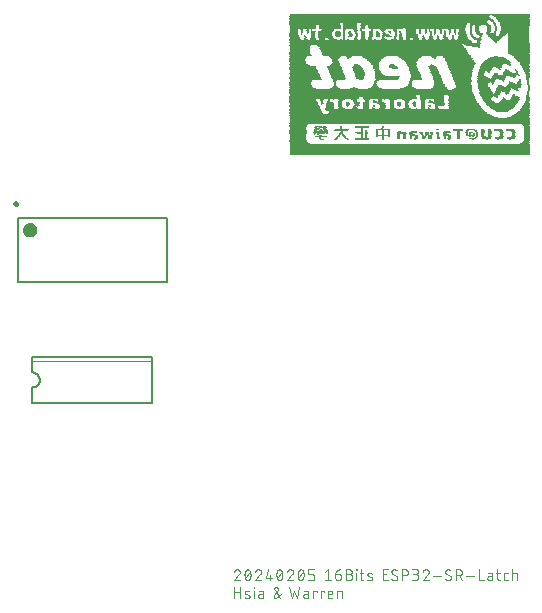
<source format=gbr>
G04 EAGLE Gerber RS-274X export*
G75*
%MOMM*%
%FSLAX34Y34*%
%LPD*%
%INSilkscreen Bottom*%
%IPPOS*%
%AMOC8*
5,1,8,0,0,1.08239X$1,22.5*%
G01*
%ADD10C,0.076200*%
%ADD11C,0.152400*%
%ADD12C,0.050800*%
%ADD13C,0.150000*%
%ADD14C,0.250000*%
%ADD15C,0.600000*%
%ADD16R,20.320000X0.050800*%
%ADD17R,0.762000X0.050800*%
%ADD18R,1.727200X0.050800*%
%ADD19R,0.660400X0.050800*%
%ADD20R,1.574800X0.050800*%
%ADD21R,0.609600X0.050800*%
%ADD22R,1.524000X0.050800*%
%ADD23R,0.558800X0.050800*%
%ADD24R,1.473200X0.050800*%
%ADD25R,0.508000X0.050800*%
%ADD26R,0.101600X0.050800*%
%ADD27R,0.050800X0.050800*%
%ADD28R,0.304800X0.050800*%
%ADD29R,1.422400X0.050800*%
%ADD30R,0.203200X0.050800*%
%ADD31R,0.152400X0.050800*%
%ADD32R,1.219200X0.050800*%
%ADD33R,0.254000X0.050800*%
%ADD34R,0.355600X0.050800*%
%ADD35R,0.711200X0.050800*%
%ADD36R,1.066800X0.050800*%
%ADD37R,0.406400X0.050800*%
%ADD38R,1.117600X0.050800*%
%ADD39R,0.457200X0.050800*%
%ADD40R,1.168400X0.050800*%
%ADD41R,0.812800X0.050800*%
%ADD42R,1.625600X0.050800*%
%ADD43R,1.930400X0.050800*%
%ADD44R,17.627600X0.050800*%
%ADD45R,17.424400X0.050800*%
%ADD46R,17.272000X0.050800*%
%ADD47R,17.170400X0.050800*%
%ADD48R,1.371600X0.050800*%
%ADD49R,17.068800X0.050800*%
%ADD50R,1.270000X0.050800*%
%ADD51R,16.967200X0.050800*%
%ADD52R,13.665200X0.050800*%
%ADD53R,2.946400X0.050800*%
%ADD54R,13.462000X0.050800*%
%ADD55R,2.844800X0.050800*%
%ADD56R,13.411200X0.050800*%
%ADD57R,2.794000X0.050800*%
%ADD58R,1.016000X0.050800*%
%ADD59R,13.360400X0.050800*%
%ADD60R,2.743200X0.050800*%
%ADD61R,0.965200X0.050800*%
%ADD62R,13.258800X0.050800*%
%ADD63R,2.692400X0.050800*%
%ADD64R,0.914400X0.050800*%
%ADD65R,13.157200X0.050800*%
%ADD66R,0.863600X0.050800*%
%ADD67R,2.641600X0.050800*%
%ADD68R,4.165600X0.050800*%
%ADD69R,1.676400X0.050800*%
%ADD70R,1.778000X0.050800*%
%ADD71R,2.590800X0.050800*%
%ADD72R,1.879600X0.050800*%
%ADD73R,1.981200X0.050800*%
%ADD74R,2.540000X0.050800*%
%ADD75R,2.082800X0.050800*%
%ADD76R,2.184400X0.050800*%
%ADD77R,2.489200X0.050800*%
%ADD78R,2.336800X0.050800*%
%ADD79R,2.438400X0.050800*%
%ADD80R,2.387600X0.050800*%
%ADD81R,2.286000X0.050800*%
%ADD82R,2.235200X0.050800*%
%ADD83R,4.521200X0.050800*%
%ADD84R,5.892800X0.050800*%
%ADD85R,2.032000X0.050800*%
%ADD86R,4.622800X0.050800*%
%ADD87R,10.668000X0.050800*%
%ADD88R,2.133600X0.050800*%
%ADD89R,15.595600X0.050800*%
%ADD90R,15.544800X0.050800*%
%ADD91R,15.494000X0.050800*%
%ADD92R,1.320800X0.050800*%
%ADD93R,1.828800X0.050800*%
%ADD94R,12.395200X0.050800*%
%ADD95R,12.446000X0.050800*%
%ADD96R,12.344400X0.050800*%
%ADD97R,12.293600X0.050800*%
%ADD98R,12.242800X0.050800*%
%ADD99R,14.630400X0.050800*%
%ADD100R,16.103600X0.050800*%
%ADD101R,15.443200X0.050800*%
%ADD102R,15.392400X0.050800*%
%ADD103R,15.341600X0.050800*%
%ADD104R,15.240000X0.050800*%
%ADD105R,5.080000X0.050800*%
%ADD106R,8.280400X0.050800*%
%ADD107R,8.991600X0.050800*%
%ADD108R,4.318000X0.050800*%
%ADD109R,9.042400X0.050800*%
%ADD110R,9.144000X0.050800*%
%ADD111R,16.662400X0.050800*%
%ADD112R,16.713200X0.050800*%
%ADD113R,16.764000X0.050800*%
%ADD114R,17.221200X0.050800*%
%ADD115R,16.916400X0.050800*%
%ADD116R,2.895600X0.050800*%
%ADD117R,16.865600X0.050800*%
%ADD118R,2.997200X0.050800*%
%ADD119R,3.048000X0.050800*%
%ADD120R,3.149600X0.050800*%


D10*
X244934Y27309D02*
X244932Y27402D01*
X244927Y27495D01*
X244917Y27587D01*
X244904Y27680D01*
X244887Y27771D01*
X244867Y27862D01*
X244843Y27952D01*
X244815Y28041D01*
X244784Y28128D01*
X244749Y28214D01*
X244711Y28299D01*
X244669Y28383D01*
X244625Y28464D01*
X244576Y28544D01*
X244525Y28621D01*
X244471Y28697D01*
X244413Y28770D01*
X244353Y28841D01*
X244290Y28909D01*
X244224Y28975D01*
X244156Y29038D01*
X244085Y29098D01*
X244012Y29156D01*
X243936Y29210D01*
X243859Y29261D01*
X243779Y29310D01*
X243698Y29354D01*
X243614Y29396D01*
X243529Y29434D01*
X243443Y29469D01*
X243356Y29500D01*
X243267Y29528D01*
X243177Y29552D01*
X243086Y29572D01*
X242995Y29589D01*
X242902Y29602D01*
X242810Y29612D01*
X242717Y29617D01*
X242624Y29619D01*
X242517Y29617D01*
X242411Y29611D01*
X242305Y29602D01*
X242199Y29588D01*
X242094Y29571D01*
X241989Y29550D01*
X241886Y29526D01*
X241783Y29497D01*
X241681Y29465D01*
X241581Y29430D01*
X241482Y29390D01*
X241384Y29347D01*
X241288Y29301D01*
X241194Y29251D01*
X241101Y29198D01*
X241011Y29142D01*
X240922Y29082D01*
X240836Y29020D01*
X240752Y28954D01*
X240671Y28885D01*
X240592Y28814D01*
X240515Y28739D01*
X240442Y28662D01*
X240371Y28583D01*
X240303Y28500D01*
X240238Y28416D01*
X240176Y28329D01*
X240118Y28240D01*
X240062Y28149D01*
X240010Y28056D01*
X239961Y27961D01*
X239916Y27865D01*
X239874Y27766D01*
X239836Y27667D01*
X239801Y27566D01*
X244164Y25512D02*
X244232Y25580D01*
X244297Y25650D01*
X244360Y25722D01*
X244420Y25797D01*
X244477Y25874D01*
X244530Y25953D01*
X244581Y26034D01*
X244629Y26117D01*
X244673Y26201D01*
X244714Y26288D01*
X244752Y26376D01*
X244786Y26465D01*
X244817Y26556D01*
X244844Y26647D01*
X244868Y26740D01*
X244888Y26834D01*
X244905Y26928D01*
X244917Y27023D01*
X244927Y27118D01*
X244932Y27213D01*
X244934Y27309D01*
X244163Y25513D02*
X239801Y20381D01*
X244933Y20381D01*
X248801Y25000D02*
X248803Y25182D01*
X248810Y25363D01*
X248821Y25545D01*
X248836Y25726D01*
X248855Y25907D01*
X248879Y26087D01*
X248907Y26266D01*
X248939Y26445D01*
X248976Y26623D01*
X249017Y26800D01*
X249062Y26976D01*
X249111Y27151D01*
X249165Y27325D01*
X249222Y27497D01*
X249284Y27668D01*
X249350Y27838D01*
X249419Y28006D01*
X249493Y28172D01*
X249571Y28336D01*
X249600Y28415D01*
X249632Y28492D01*
X249668Y28569D01*
X249707Y28643D01*
X249750Y28716D01*
X249796Y28786D01*
X249844Y28855D01*
X249896Y28921D01*
X249951Y28985D01*
X250008Y29047D01*
X250068Y29105D01*
X250131Y29162D01*
X250196Y29215D01*
X250263Y29265D01*
X250333Y29313D01*
X250404Y29357D01*
X250478Y29398D01*
X250553Y29436D01*
X250630Y29470D01*
X250708Y29501D01*
X250787Y29528D01*
X250868Y29552D01*
X250950Y29573D01*
X251032Y29589D01*
X251115Y29602D01*
X251199Y29612D01*
X251283Y29617D01*
X251367Y29619D01*
X251451Y29617D01*
X251535Y29612D01*
X251619Y29602D01*
X251702Y29589D01*
X251784Y29573D01*
X251866Y29552D01*
X251947Y29528D01*
X252026Y29501D01*
X252104Y29470D01*
X252181Y29436D01*
X252256Y29398D01*
X252330Y29357D01*
X252401Y29313D01*
X252471Y29265D01*
X252538Y29215D01*
X252603Y29162D01*
X252666Y29105D01*
X252726Y29046D01*
X252783Y28985D01*
X252838Y28921D01*
X252890Y28855D01*
X252938Y28786D01*
X252984Y28716D01*
X253027Y28643D01*
X253066Y28568D01*
X253102Y28492D01*
X253134Y28415D01*
X253163Y28336D01*
X253241Y28172D01*
X253315Y28006D01*
X253384Y27838D01*
X253450Y27668D01*
X253512Y27497D01*
X253569Y27325D01*
X253623Y27151D01*
X253672Y26976D01*
X253717Y26800D01*
X253758Y26623D01*
X253795Y26445D01*
X253827Y26266D01*
X253855Y26087D01*
X253879Y25907D01*
X253898Y25726D01*
X253913Y25545D01*
X253924Y25363D01*
X253931Y25182D01*
X253933Y25000D01*
X248801Y25000D02*
X248803Y24818D01*
X248810Y24637D01*
X248821Y24455D01*
X248836Y24274D01*
X248855Y24093D01*
X248879Y23913D01*
X248907Y23734D01*
X248939Y23555D01*
X248976Y23377D01*
X249017Y23200D01*
X249062Y23024D01*
X249111Y22849D01*
X249165Y22675D01*
X249222Y22503D01*
X249284Y22332D01*
X249350Y22162D01*
X249419Y21995D01*
X249493Y21828D01*
X249571Y21664D01*
X249600Y21585D01*
X249632Y21508D01*
X249668Y21431D01*
X249707Y21357D01*
X249750Y21284D01*
X249796Y21214D01*
X249844Y21145D01*
X249896Y21079D01*
X249951Y21015D01*
X250008Y20953D01*
X250068Y20895D01*
X250131Y20838D01*
X250196Y20785D01*
X250263Y20735D01*
X250333Y20687D01*
X250404Y20643D01*
X250478Y20602D01*
X250553Y20564D01*
X250630Y20530D01*
X250708Y20499D01*
X250787Y20472D01*
X250868Y20448D01*
X250950Y20427D01*
X251032Y20411D01*
X251115Y20398D01*
X251199Y20388D01*
X251283Y20383D01*
X251367Y20381D01*
X253163Y21664D02*
X253241Y21828D01*
X253315Y21994D01*
X253384Y22162D01*
X253450Y22332D01*
X253512Y22503D01*
X253569Y22675D01*
X253623Y22849D01*
X253672Y23024D01*
X253717Y23200D01*
X253758Y23377D01*
X253795Y23555D01*
X253827Y23734D01*
X253855Y23913D01*
X253879Y24093D01*
X253898Y24274D01*
X253913Y24455D01*
X253924Y24637D01*
X253931Y24818D01*
X253933Y25000D01*
X253163Y21664D02*
X253134Y21585D01*
X253102Y21508D01*
X253066Y21431D01*
X253027Y21357D01*
X252984Y21284D01*
X252938Y21214D01*
X252890Y21145D01*
X252838Y21079D01*
X252783Y21015D01*
X252726Y20953D01*
X252666Y20895D01*
X252603Y20838D01*
X252538Y20785D01*
X252471Y20735D01*
X252401Y20687D01*
X252330Y20643D01*
X252256Y20602D01*
X252181Y20564D01*
X252104Y20530D01*
X252026Y20499D01*
X251947Y20472D01*
X251866Y20448D01*
X251784Y20427D01*
X251702Y20411D01*
X251619Y20398D01*
X251535Y20388D01*
X251451Y20383D01*
X251367Y20381D01*
X249314Y22434D02*
X253420Y27566D01*
X260623Y29619D02*
X260716Y29617D01*
X260809Y29612D01*
X260901Y29602D01*
X260994Y29589D01*
X261085Y29572D01*
X261176Y29552D01*
X261266Y29528D01*
X261355Y29500D01*
X261442Y29469D01*
X261528Y29434D01*
X261613Y29396D01*
X261697Y29354D01*
X261778Y29310D01*
X261858Y29261D01*
X261935Y29210D01*
X262011Y29156D01*
X262084Y29098D01*
X262155Y29038D01*
X262223Y28975D01*
X262289Y28909D01*
X262352Y28841D01*
X262412Y28770D01*
X262470Y28697D01*
X262524Y28621D01*
X262575Y28544D01*
X262624Y28464D01*
X262668Y28383D01*
X262710Y28299D01*
X262748Y28214D01*
X262783Y28128D01*
X262814Y28041D01*
X262842Y27952D01*
X262866Y27862D01*
X262886Y27771D01*
X262903Y27680D01*
X262916Y27587D01*
X262926Y27495D01*
X262931Y27402D01*
X262933Y27309D01*
X260623Y29619D02*
X260516Y29617D01*
X260410Y29611D01*
X260304Y29602D01*
X260198Y29588D01*
X260093Y29571D01*
X259988Y29550D01*
X259885Y29526D01*
X259782Y29497D01*
X259680Y29465D01*
X259580Y29430D01*
X259481Y29390D01*
X259383Y29347D01*
X259287Y29301D01*
X259193Y29251D01*
X259100Y29198D01*
X259010Y29142D01*
X258921Y29082D01*
X258835Y29020D01*
X258751Y28954D01*
X258670Y28885D01*
X258591Y28814D01*
X258514Y28739D01*
X258441Y28662D01*
X258370Y28583D01*
X258302Y28500D01*
X258237Y28416D01*
X258175Y28329D01*
X258117Y28240D01*
X258061Y28149D01*
X258009Y28056D01*
X257960Y27961D01*
X257915Y27865D01*
X257873Y27766D01*
X257835Y27667D01*
X257800Y27566D01*
X262163Y25512D02*
X262231Y25580D01*
X262296Y25650D01*
X262359Y25722D01*
X262419Y25797D01*
X262476Y25874D01*
X262529Y25953D01*
X262580Y26034D01*
X262628Y26117D01*
X262672Y26201D01*
X262713Y26288D01*
X262751Y26376D01*
X262785Y26465D01*
X262816Y26556D01*
X262843Y26647D01*
X262867Y26740D01*
X262887Y26834D01*
X262904Y26928D01*
X262916Y27023D01*
X262926Y27118D01*
X262931Y27213D01*
X262933Y27309D01*
X262163Y25513D02*
X257801Y20381D01*
X262933Y20381D01*
X266801Y22434D02*
X268854Y29619D01*
X266801Y22434D02*
X271933Y22434D01*
X270393Y24487D02*
X270393Y20381D01*
X275801Y25000D02*
X275803Y25182D01*
X275810Y25363D01*
X275821Y25545D01*
X275836Y25726D01*
X275855Y25907D01*
X275879Y26087D01*
X275907Y26266D01*
X275939Y26445D01*
X275976Y26623D01*
X276017Y26800D01*
X276062Y26976D01*
X276111Y27151D01*
X276165Y27325D01*
X276222Y27497D01*
X276284Y27668D01*
X276350Y27838D01*
X276419Y28006D01*
X276493Y28172D01*
X276571Y28336D01*
X276600Y28415D01*
X276632Y28492D01*
X276668Y28569D01*
X276707Y28643D01*
X276750Y28716D01*
X276796Y28786D01*
X276844Y28855D01*
X276896Y28921D01*
X276951Y28985D01*
X277008Y29047D01*
X277068Y29105D01*
X277131Y29162D01*
X277196Y29215D01*
X277263Y29265D01*
X277333Y29313D01*
X277404Y29357D01*
X277478Y29398D01*
X277553Y29436D01*
X277630Y29470D01*
X277708Y29501D01*
X277787Y29528D01*
X277868Y29552D01*
X277950Y29573D01*
X278032Y29589D01*
X278115Y29602D01*
X278199Y29612D01*
X278283Y29617D01*
X278367Y29619D01*
X278451Y29617D01*
X278535Y29612D01*
X278619Y29602D01*
X278702Y29589D01*
X278784Y29573D01*
X278866Y29552D01*
X278947Y29528D01*
X279026Y29501D01*
X279104Y29470D01*
X279181Y29436D01*
X279256Y29398D01*
X279330Y29357D01*
X279401Y29313D01*
X279471Y29265D01*
X279538Y29215D01*
X279603Y29162D01*
X279666Y29105D01*
X279726Y29046D01*
X279783Y28985D01*
X279838Y28921D01*
X279890Y28855D01*
X279938Y28786D01*
X279984Y28716D01*
X280027Y28643D01*
X280066Y28568D01*
X280102Y28492D01*
X280134Y28415D01*
X280163Y28336D01*
X280241Y28172D01*
X280315Y28006D01*
X280384Y27838D01*
X280450Y27668D01*
X280512Y27497D01*
X280569Y27325D01*
X280623Y27151D01*
X280672Y26976D01*
X280717Y26800D01*
X280758Y26623D01*
X280795Y26445D01*
X280827Y26266D01*
X280855Y26087D01*
X280879Y25907D01*
X280898Y25726D01*
X280913Y25545D01*
X280924Y25363D01*
X280931Y25182D01*
X280933Y25000D01*
X275801Y25000D02*
X275803Y24818D01*
X275810Y24637D01*
X275821Y24455D01*
X275836Y24274D01*
X275855Y24093D01*
X275879Y23913D01*
X275907Y23734D01*
X275939Y23555D01*
X275976Y23377D01*
X276017Y23200D01*
X276062Y23024D01*
X276111Y22849D01*
X276165Y22675D01*
X276222Y22503D01*
X276284Y22332D01*
X276350Y22162D01*
X276419Y21995D01*
X276493Y21828D01*
X276571Y21664D01*
X276600Y21585D01*
X276632Y21508D01*
X276668Y21431D01*
X276707Y21357D01*
X276750Y21284D01*
X276796Y21214D01*
X276844Y21145D01*
X276896Y21079D01*
X276951Y21015D01*
X277008Y20953D01*
X277068Y20895D01*
X277131Y20838D01*
X277196Y20785D01*
X277263Y20735D01*
X277333Y20687D01*
X277404Y20643D01*
X277478Y20602D01*
X277553Y20564D01*
X277630Y20530D01*
X277708Y20499D01*
X277787Y20472D01*
X277868Y20448D01*
X277950Y20427D01*
X278032Y20411D01*
X278115Y20398D01*
X278199Y20388D01*
X278283Y20383D01*
X278367Y20381D01*
X280163Y21664D02*
X280241Y21828D01*
X280315Y21994D01*
X280384Y22162D01*
X280450Y22332D01*
X280512Y22503D01*
X280569Y22675D01*
X280623Y22849D01*
X280672Y23024D01*
X280717Y23200D01*
X280758Y23377D01*
X280795Y23555D01*
X280827Y23734D01*
X280855Y23913D01*
X280879Y24093D01*
X280898Y24274D01*
X280913Y24455D01*
X280924Y24637D01*
X280931Y24818D01*
X280933Y25000D01*
X280163Y21664D02*
X280134Y21585D01*
X280102Y21508D01*
X280066Y21431D01*
X280027Y21357D01*
X279984Y21284D01*
X279938Y21214D01*
X279890Y21145D01*
X279838Y21079D01*
X279783Y21015D01*
X279726Y20953D01*
X279666Y20895D01*
X279603Y20838D01*
X279538Y20785D01*
X279471Y20735D01*
X279401Y20687D01*
X279330Y20643D01*
X279256Y20602D01*
X279181Y20564D01*
X279104Y20530D01*
X279026Y20499D01*
X278947Y20472D01*
X278866Y20448D01*
X278784Y20427D01*
X278702Y20411D01*
X278619Y20398D01*
X278535Y20388D01*
X278451Y20383D01*
X278367Y20381D01*
X276314Y22434D02*
X280420Y27566D01*
X287623Y29619D02*
X287716Y29617D01*
X287809Y29612D01*
X287901Y29602D01*
X287994Y29589D01*
X288085Y29572D01*
X288176Y29552D01*
X288266Y29528D01*
X288355Y29500D01*
X288442Y29469D01*
X288528Y29434D01*
X288613Y29396D01*
X288697Y29354D01*
X288778Y29310D01*
X288858Y29261D01*
X288935Y29210D01*
X289011Y29156D01*
X289084Y29098D01*
X289155Y29038D01*
X289223Y28975D01*
X289289Y28909D01*
X289352Y28841D01*
X289412Y28770D01*
X289470Y28697D01*
X289524Y28621D01*
X289575Y28544D01*
X289624Y28464D01*
X289668Y28383D01*
X289710Y28299D01*
X289748Y28214D01*
X289783Y28128D01*
X289814Y28041D01*
X289842Y27952D01*
X289866Y27862D01*
X289886Y27771D01*
X289903Y27680D01*
X289916Y27587D01*
X289926Y27495D01*
X289931Y27402D01*
X289933Y27309D01*
X287623Y29619D02*
X287516Y29617D01*
X287410Y29611D01*
X287304Y29602D01*
X287198Y29588D01*
X287093Y29571D01*
X286988Y29550D01*
X286885Y29526D01*
X286782Y29497D01*
X286680Y29465D01*
X286580Y29430D01*
X286481Y29390D01*
X286383Y29347D01*
X286287Y29301D01*
X286193Y29251D01*
X286100Y29198D01*
X286010Y29142D01*
X285921Y29082D01*
X285835Y29020D01*
X285751Y28954D01*
X285670Y28885D01*
X285591Y28814D01*
X285514Y28739D01*
X285441Y28662D01*
X285370Y28583D01*
X285302Y28500D01*
X285237Y28416D01*
X285175Y28329D01*
X285117Y28240D01*
X285061Y28149D01*
X285009Y28056D01*
X284960Y27961D01*
X284915Y27865D01*
X284873Y27766D01*
X284835Y27667D01*
X284800Y27566D01*
X289163Y25512D02*
X289231Y25580D01*
X289296Y25650D01*
X289359Y25722D01*
X289419Y25797D01*
X289476Y25874D01*
X289529Y25953D01*
X289580Y26034D01*
X289628Y26117D01*
X289672Y26201D01*
X289713Y26288D01*
X289751Y26376D01*
X289785Y26465D01*
X289816Y26556D01*
X289843Y26647D01*
X289867Y26740D01*
X289887Y26834D01*
X289904Y26928D01*
X289916Y27023D01*
X289926Y27118D01*
X289931Y27213D01*
X289933Y27309D01*
X289163Y25513D02*
X284801Y20381D01*
X289933Y20381D01*
X293801Y25000D02*
X293803Y25182D01*
X293810Y25363D01*
X293821Y25545D01*
X293836Y25726D01*
X293855Y25907D01*
X293879Y26087D01*
X293907Y26266D01*
X293939Y26445D01*
X293976Y26623D01*
X294017Y26800D01*
X294062Y26976D01*
X294111Y27151D01*
X294165Y27325D01*
X294222Y27497D01*
X294284Y27668D01*
X294350Y27838D01*
X294419Y28006D01*
X294493Y28172D01*
X294571Y28336D01*
X294600Y28415D01*
X294632Y28492D01*
X294668Y28569D01*
X294707Y28643D01*
X294750Y28716D01*
X294796Y28786D01*
X294844Y28855D01*
X294896Y28921D01*
X294951Y28985D01*
X295008Y29047D01*
X295068Y29105D01*
X295131Y29162D01*
X295196Y29215D01*
X295263Y29265D01*
X295333Y29313D01*
X295404Y29357D01*
X295478Y29398D01*
X295553Y29436D01*
X295630Y29470D01*
X295708Y29501D01*
X295787Y29528D01*
X295868Y29552D01*
X295950Y29573D01*
X296032Y29589D01*
X296115Y29602D01*
X296199Y29612D01*
X296283Y29617D01*
X296367Y29619D01*
X296451Y29617D01*
X296535Y29612D01*
X296619Y29602D01*
X296702Y29589D01*
X296784Y29573D01*
X296866Y29552D01*
X296947Y29528D01*
X297026Y29501D01*
X297104Y29470D01*
X297181Y29436D01*
X297256Y29398D01*
X297330Y29357D01*
X297401Y29313D01*
X297471Y29265D01*
X297538Y29215D01*
X297603Y29162D01*
X297666Y29105D01*
X297726Y29046D01*
X297783Y28985D01*
X297838Y28921D01*
X297890Y28855D01*
X297938Y28786D01*
X297984Y28716D01*
X298027Y28643D01*
X298066Y28568D01*
X298102Y28492D01*
X298134Y28415D01*
X298163Y28336D01*
X298241Y28172D01*
X298315Y28006D01*
X298384Y27838D01*
X298450Y27668D01*
X298512Y27497D01*
X298569Y27325D01*
X298623Y27151D01*
X298672Y26976D01*
X298717Y26800D01*
X298758Y26623D01*
X298795Y26445D01*
X298827Y26266D01*
X298855Y26087D01*
X298879Y25907D01*
X298898Y25726D01*
X298913Y25545D01*
X298924Y25363D01*
X298931Y25182D01*
X298933Y25000D01*
X293801Y25000D02*
X293803Y24818D01*
X293810Y24637D01*
X293821Y24455D01*
X293836Y24274D01*
X293855Y24093D01*
X293879Y23913D01*
X293907Y23734D01*
X293939Y23555D01*
X293976Y23377D01*
X294017Y23200D01*
X294062Y23024D01*
X294111Y22849D01*
X294165Y22675D01*
X294222Y22503D01*
X294284Y22332D01*
X294350Y22162D01*
X294419Y21995D01*
X294493Y21828D01*
X294571Y21664D01*
X294600Y21585D01*
X294632Y21508D01*
X294668Y21431D01*
X294707Y21357D01*
X294750Y21284D01*
X294796Y21214D01*
X294844Y21145D01*
X294896Y21079D01*
X294951Y21015D01*
X295008Y20953D01*
X295068Y20895D01*
X295131Y20838D01*
X295196Y20785D01*
X295263Y20735D01*
X295333Y20687D01*
X295404Y20643D01*
X295478Y20602D01*
X295553Y20564D01*
X295630Y20530D01*
X295708Y20499D01*
X295787Y20472D01*
X295868Y20448D01*
X295950Y20427D01*
X296032Y20411D01*
X296115Y20398D01*
X296199Y20388D01*
X296283Y20383D01*
X296367Y20381D01*
X298163Y21664D02*
X298241Y21828D01*
X298315Y21994D01*
X298384Y22162D01*
X298450Y22332D01*
X298512Y22503D01*
X298569Y22675D01*
X298623Y22849D01*
X298672Y23024D01*
X298717Y23200D01*
X298758Y23377D01*
X298795Y23555D01*
X298827Y23734D01*
X298855Y23913D01*
X298879Y24093D01*
X298898Y24274D01*
X298913Y24455D01*
X298924Y24637D01*
X298931Y24818D01*
X298933Y25000D01*
X298163Y21664D02*
X298134Y21585D01*
X298102Y21508D01*
X298066Y21431D01*
X298027Y21357D01*
X297984Y21284D01*
X297938Y21214D01*
X297890Y21145D01*
X297838Y21079D01*
X297783Y21015D01*
X297726Y20953D01*
X297666Y20895D01*
X297603Y20838D01*
X297538Y20785D01*
X297471Y20735D01*
X297401Y20687D01*
X297330Y20643D01*
X297256Y20602D01*
X297181Y20564D01*
X297104Y20530D01*
X297026Y20499D01*
X296947Y20472D01*
X296866Y20448D01*
X296784Y20427D01*
X296702Y20411D01*
X296619Y20398D01*
X296535Y20388D01*
X296451Y20383D01*
X296367Y20381D01*
X294314Y22434D02*
X298420Y27566D01*
X302801Y20381D02*
X305880Y20381D01*
X305970Y20383D01*
X306059Y20389D01*
X306148Y20399D01*
X306236Y20412D01*
X306324Y20430D01*
X306411Y20451D01*
X306497Y20476D01*
X306582Y20505D01*
X306666Y20537D01*
X306748Y20573D01*
X306828Y20613D01*
X306906Y20656D01*
X306983Y20703D01*
X307058Y20752D01*
X307130Y20805D01*
X307200Y20861D01*
X307267Y20920D01*
X307332Y20982D01*
X307394Y21047D01*
X307453Y21114D01*
X307509Y21184D01*
X307562Y21256D01*
X307611Y21331D01*
X307658Y21407D01*
X307701Y21486D01*
X307741Y21566D01*
X307777Y21648D01*
X307809Y21732D01*
X307838Y21817D01*
X307863Y21903D01*
X307884Y21990D01*
X307902Y22077D01*
X307915Y22166D01*
X307925Y22255D01*
X307931Y22344D01*
X307933Y22434D01*
X307933Y23460D01*
X307931Y23550D01*
X307925Y23639D01*
X307915Y23728D01*
X307902Y23816D01*
X307884Y23904D01*
X307863Y23991D01*
X307838Y24077D01*
X307809Y24162D01*
X307777Y24246D01*
X307741Y24328D01*
X307701Y24408D01*
X307658Y24487D01*
X307611Y24563D01*
X307562Y24638D01*
X307509Y24710D01*
X307453Y24780D01*
X307394Y24847D01*
X307332Y24912D01*
X307267Y24974D01*
X307200Y25033D01*
X307130Y25089D01*
X307058Y25142D01*
X306983Y25191D01*
X306907Y25238D01*
X306828Y25281D01*
X306748Y25321D01*
X306666Y25357D01*
X306582Y25389D01*
X306497Y25418D01*
X306411Y25443D01*
X306324Y25464D01*
X306236Y25482D01*
X306148Y25495D01*
X306059Y25505D01*
X305970Y25511D01*
X305880Y25513D01*
X302801Y25513D01*
X302801Y29619D01*
X307933Y29619D01*
X316601Y27566D02*
X319167Y29619D01*
X319167Y20381D01*
X316601Y20381D02*
X321733Y20381D01*
X325601Y25513D02*
X328680Y25513D01*
X328770Y25511D01*
X328859Y25505D01*
X328948Y25495D01*
X329036Y25482D01*
X329124Y25464D01*
X329211Y25443D01*
X329297Y25418D01*
X329382Y25389D01*
X329466Y25357D01*
X329548Y25321D01*
X329628Y25281D01*
X329707Y25238D01*
X329783Y25191D01*
X329858Y25142D01*
X329930Y25089D01*
X330000Y25033D01*
X330067Y24974D01*
X330132Y24912D01*
X330194Y24847D01*
X330253Y24780D01*
X330309Y24710D01*
X330362Y24638D01*
X330411Y24563D01*
X330458Y24487D01*
X330501Y24408D01*
X330541Y24328D01*
X330577Y24246D01*
X330609Y24162D01*
X330638Y24077D01*
X330663Y23991D01*
X330684Y23904D01*
X330702Y23816D01*
X330715Y23728D01*
X330725Y23639D01*
X330731Y23550D01*
X330733Y23460D01*
X330733Y22947D01*
X330731Y22848D01*
X330725Y22748D01*
X330716Y22649D01*
X330702Y22551D01*
X330685Y22453D01*
X330664Y22355D01*
X330639Y22259D01*
X330610Y22164D01*
X330578Y22069D01*
X330542Y21977D01*
X330503Y21885D01*
X330460Y21795D01*
X330414Y21707D01*
X330364Y21621D01*
X330311Y21537D01*
X330255Y21455D01*
X330195Y21375D01*
X330133Y21298D01*
X330067Y21223D01*
X329999Y21150D01*
X329928Y21081D01*
X329854Y21014D01*
X329778Y20950D01*
X329699Y20889D01*
X329618Y20831D01*
X329535Y20776D01*
X329450Y20725D01*
X329363Y20677D01*
X329274Y20632D01*
X329183Y20591D01*
X329091Y20553D01*
X328998Y20519D01*
X328903Y20489D01*
X328807Y20462D01*
X328710Y20439D01*
X328613Y20420D01*
X328514Y20405D01*
X328415Y20393D01*
X328316Y20385D01*
X328217Y20381D01*
X328117Y20381D01*
X328018Y20385D01*
X327919Y20393D01*
X327820Y20405D01*
X327721Y20420D01*
X327624Y20439D01*
X327527Y20462D01*
X327431Y20489D01*
X327336Y20519D01*
X327243Y20553D01*
X327151Y20591D01*
X327060Y20632D01*
X326971Y20677D01*
X326884Y20725D01*
X326799Y20776D01*
X326716Y20831D01*
X326635Y20889D01*
X326556Y20950D01*
X326480Y21014D01*
X326406Y21081D01*
X326335Y21150D01*
X326267Y21223D01*
X326201Y21298D01*
X326139Y21375D01*
X326079Y21455D01*
X326023Y21537D01*
X325970Y21621D01*
X325920Y21707D01*
X325874Y21795D01*
X325831Y21885D01*
X325792Y21977D01*
X325756Y22069D01*
X325724Y22164D01*
X325695Y22259D01*
X325670Y22355D01*
X325649Y22453D01*
X325632Y22551D01*
X325618Y22649D01*
X325609Y22748D01*
X325603Y22848D01*
X325601Y22947D01*
X325601Y25513D01*
X325600Y25513D02*
X325602Y25639D01*
X325608Y25766D01*
X325618Y25892D01*
X325631Y26018D01*
X325649Y26143D01*
X325670Y26267D01*
X325695Y26391D01*
X325724Y26515D01*
X325757Y26637D01*
X325793Y26758D01*
X325833Y26878D01*
X325877Y26996D01*
X325925Y27113D01*
X325976Y27229D01*
X326030Y27343D01*
X326089Y27456D01*
X326150Y27566D01*
X326215Y27675D01*
X326283Y27781D01*
X326355Y27885D01*
X326429Y27987D01*
X326507Y28087D01*
X326588Y28184D01*
X326672Y28279D01*
X326758Y28371D01*
X326848Y28461D01*
X326940Y28547D01*
X327035Y28631D01*
X327132Y28712D01*
X327232Y28790D01*
X327334Y28864D01*
X327438Y28936D01*
X327544Y29004D01*
X327653Y29069D01*
X327763Y29130D01*
X327876Y29189D01*
X327990Y29243D01*
X328106Y29294D01*
X328223Y29342D01*
X328341Y29386D01*
X328461Y29426D01*
X328582Y29462D01*
X328704Y29495D01*
X328828Y29524D01*
X328951Y29549D01*
X329076Y29570D01*
X329201Y29588D01*
X329327Y29601D01*
X329453Y29611D01*
X329580Y29617D01*
X329706Y29619D01*
X335031Y25513D02*
X337597Y25513D01*
X337696Y25511D01*
X337796Y25505D01*
X337895Y25496D01*
X337993Y25482D01*
X338091Y25465D01*
X338189Y25444D01*
X338285Y25419D01*
X338380Y25390D01*
X338475Y25358D01*
X338567Y25322D01*
X338659Y25283D01*
X338749Y25240D01*
X338837Y25194D01*
X338923Y25144D01*
X339007Y25091D01*
X339089Y25035D01*
X339169Y24975D01*
X339246Y24913D01*
X339321Y24847D01*
X339394Y24779D01*
X339463Y24708D01*
X339530Y24634D01*
X339594Y24558D01*
X339655Y24479D01*
X339713Y24398D01*
X339768Y24315D01*
X339819Y24230D01*
X339867Y24143D01*
X339912Y24054D01*
X339953Y23963D01*
X339991Y23871D01*
X340025Y23778D01*
X340055Y23683D01*
X340082Y23587D01*
X340105Y23490D01*
X340124Y23393D01*
X340139Y23294D01*
X340151Y23195D01*
X340159Y23096D01*
X340163Y22997D01*
X340163Y22897D01*
X340159Y22798D01*
X340151Y22699D01*
X340139Y22600D01*
X340124Y22501D01*
X340105Y22404D01*
X340082Y22307D01*
X340055Y22211D01*
X340025Y22116D01*
X339991Y22023D01*
X339953Y21931D01*
X339912Y21840D01*
X339867Y21751D01*
X339819Y21664D01*
X339768Y21579D01*
X339713Y21496D01*
X339655Y21415D01*
X339594Y21336D01*
X339530Y21260D01*
X339463Y21186D01*
X339394Y21115D01*
X339321Y21047D01*
X339246Y20981D01*
X339169Y20919D01*
X339089Y20859D01*
X339007Y20803D01*
X338923Y20750D01*
X338837Y20700D01*
X338749Y20654D01*
X338659Y20611D01*
X338567Y20572D01*
X338475Y20536D01*
X338380Y20504D01*
X338285Y20475D01*
X338189Y20450D01*
X338091Y20429D01*
X337993Y20412D01*
X337895Y20398D01*
X337796Y20389D01*
X337696Y20383D01*
X337597Y20381D01*
X335031Y20381D01*
X335031Y29619D01*
X337597Y29619D01*
X337687Y29617D01*
X337776Y29611D01*
X337865Y29601D01*
X337953Y29588D01*
X338041Y29570D01*
X338128Y29549D01*
X338214Y29524D01*
X338299Y29495D01*
X338383Y29463D01*
X338465Y29427D01*
X338545Y29387D01*
X338624Y29344D01*
X338700Y29297D01*
X338775Y29248D01*
X338847Y29195D01*
X338917Y29139D01*
X338984Y29080D01*
X339049Y29018D01*
X339111Y28953D01*
X339170Y28886D01*
X339226Y28816D01*
X339279Y28744D01*
X339328Y28669D01*
X339375Y28592D01*
X339418Y28514D01*
X339458Y28434D01*
X339494Y28352D01*
X339526Y28268D01*
X339555Y28183D01*
X339580Y28097D01*
X339601Y28010D01*
X339619Y27922D01*
X339632Y27834D01*
X339642Y27745D01*
X339648Y27656D01*
X339650Y27566D01*
X339648Y27476D01*
X339642Y27387D01*
X339632Y27298D01*
X339619Y27210D01*
X339601Y27122D01*
X339580Y27035D01*
X339555Y26949D01*
X339526Y26864D01*
X339494Y26780D01*
X339458Y26698D01*
X339418Y26618D01*
X339375Y26539D01*
X339328Y26463D01*
X339279Y26388D01*
X339226Y26316D01*
X339170Y26246D01*
X339111Y26179D01*
X339049Y26114D01*
X338984Y26052D01*
X338917Y25993D01*
X338847Y25937D01*
X338775Y25884D01*
X338700Y25835D01*
X338624Y25788D01*
X338545Y25745D01*
X338465Y25705D01*
X338383Y25669D01*
X338299Y25637D01*
X338214Y25608D01*
X338128Y25583D01*
X338041Y25562D01*
X337953Y25544D01*
X337865Y25531D01*
X337776Y25521D01*
X337687Y25515D01*
X337597Y25513D01*
X343467Y26540D02*
X343467Y20381D01*
X343210Y29106D02*
X343210Y29619D01*
X343723Y29619D01*
X343723Y29106D01*
X343210Y29106D01*
X346356Y26540D02*
X349435Y26540D01*
X347382Y29619D02*
X347382Y21921D01*
X347384Y21845D01*
X347389Y21770D01*
X347399Y21695D01*
X347412Y21621D01*
X347428Y21547D01*
X347448Y21474D01*
X347472Y21402D01*
X347499Y21332D01*
X347530Y21263D01*
X347564Y21195D01*
X347601Y21129D01*
X347642Y21065D01*
X347685Y21004D01*
X347732Y20944D01*
X347781Y20887D01*
X347833Y20832D01*
X347888Y20780D01*
X347945Y20731D01*
X348005Y20684D01*
X348066Y20641D01*
X348130Y20600D01*
X348196Y20563D01*
X348264Y20529D01*
X348333Y20498D01*
X348403Y20471D01*
X348475Y20447D01*
X348548Y20427D01*
X348622Y20411D01*
X348696Y20398D01*
X348771Y20388D01*
X348846Y20383D01*
X348922Y20381D01*
X349435Y20381D01*
X353583Y23974D02*
X356150Y22947D01*
X353584Y23973D02*
X353517Y24002D01*
X353452Y24034D01*
X353389Y24070D01*
X353328Y24109D01*
X353270Y24152D01*
X353213Y24197D01*
X353160Y24246D01*
X353109Y24297D01*
X353060Y24351D01*
X353015Y24408D01*
X352973Y24467D01*
X352935Y24528D01*
X352899Y24591D01*
X352867Y24656D01*
X352839Y24723D01*
X352814Y24791D01*
X352794Y24860D01*
X352776Y24931D01*
X352763Y25002D01*
X352754Y25074D01*
X352749Y25146D01*
X352747Y25218D01*
X352750Y25291D01*
X352756Y25363D01*
X352766Y25434D01*
X352780Y25505D01*
X352798Y25576D01*
X352820Y25645D01*
X352846Y25712D01*
X352875Y25779D01*
X352908Y25843D01*
X352944Y25906D01*
X352984Y25967D01*
X353026Y26025D01*
X353072Y26081D01*
X353121Y26134D01*
X353173Y26185D01*
X353228Y26233D01*
X353284Y26278D01*
X353344Y26319D01*
X353405Y26357D01*
X353469Y26392D01*
X353534Y26424D01*
X353601Y26452D01*
X353669Y26476D01*
X353739Y26496D01*
X353809Y26513D01*
X353880Y26525D01*
X353952Y26534D01*
X354025Y26539D01*
X354097Y26540D01*
X354096Y26539D02*
X354245Y26535D01*
X354394Y26528D01*
X354542Y26516D01*
X354690Y26501D01*
X354838Y26481D01*
X354985Y26458D01*
X355132Y26432D01*
X355277Y26401D01*
X355422Y26367D01*
X355566Y26329D01*
X355709Y26288D01*
X355851Y26243D01*
X355992Y26194D01*
X356131Y26141D01*
X356269Y26086D01*
X356406Y26026D01*
X356149Y22948D02*
X356216Y22919D01*
X356281Y22887D01*
X356344Y22851D01*
X356405Y22812D01*
X356463Y22769D01*
X356520Y22724D01*
X356573Y22675D01*
X356624Y22624D01*
X356673Y22570D01*
X356718Y22513D01*
X356760Y22454D01*
X356798Y22393D01*
X356834Y22330D01*
X356866Y22265D01*
X356894Y22198D01*
X356919Y22130D01*
X356939Y22061D01*
X356957Y21990D01*
X356970Y21919D01*
X356979Y21847D01*
X356984Y21775D01*
X356986Y21703D01*
X356983Y21630D01*
X356977Y21558D01*
X356967Y21487D01*
X356953Y21416D01*
X356935Y21345D01*
X356913Y21276D01*
X356887Y21209D01*
X356858Y21142D01*
X356825Y21078D01*
X356789Y21015D01*
X356749Y20954D01*
X356707Y20896D01*
X356661Y20840D01*
X356612Y20787D01*
X356560Y20736D01*
X356505Y20688D01*
X356449Y20643D01*
X356389Y20602D01*
X356328Y20564D01*
X356264Y20529D01*
X356199Y20497D01*
X356132Y20469D01*
X356064Y20445D01*
X355994Y20425D01*
X355924Y20408D01*
X355853Y20396D01*
X355781Y20387D01*
X355708Y20382D01*
X355636Y20381D01*
X355637Y20381D02*
X355431Y20386D01*
X355225Y20397D01*
X355020Y20412D01*
X354815Y20432D01*
X354611Y20456D01*
X354407Y20486D01*
X354204Y20520D01*
X354002Y20560D01*
X353801Y20604D01*
X353601Y20652D01*
X353402Y20706D01*
X353204Y20764D01*
X353008Y20827D01*
X352814Y20894D01*
X365818Y20381D02*
X369924Y20381D01*
X365818Y20381D02*
X365818Y29619D01*
X369924Y29619D01*
X368897Y25513D02*
X365818Y25513D01*
X376080Y20381D02*
X376170Y20383D01*
X376259Y20389D01*
X376348Y20399D01*
X376436Y20412D01*
X376524Y20430D01*
X376611Y20451D01*
X376697Y20476D01*
X376782Y20505D01*
X376866Y20537D01*
X376948Y20573D01*
X377028Y20613D01*
X377107Y20656D01*
X377183Y20703D01*
X377258Y20752D01*
X377330Y20805D01*
X377400Y20861D01*
X377467Y20920D01*
X377532Y20982D01*
X377594Y21047D01*
X377653Y21114D01*
X377709Y21184D01*
X377762Y21256D01*
X377811Y21331D01*
X377858Y21407D01*
X377901Y21486D01*
X377941Y21566D01*
X377977Y21648D01*
X378009Y21732D01*
X378038Y21817D01*
X378063Y21903D01*
X378084Y21990D01*
X378102Y22078D01*
X378115Y22166D01*
X378125Y22255D01*
X378131Y22344D01*
X378133Y22434D01*
X376080Y20381D02*
X375953Y20383D01*
X375826Y20388D01*
X375700Y20398D01*
X375574Y20411D01*
X375448Y20427D01*
X375323Y20448D01*
X375198Y20472D01*
X375075Y20499D01*
X374952Y20530D01*
X374830Y20565D01*
X374709Y20603D01*
X374589Y20645D01*
X374471Y20691D01*
X374354Y20739D01*
X374238Y20792D01*
X374124Y20847D01*
X374012Y20906D01*
X373901Y20968D01*
X373792Y21033D01*
X373686Y21102D01*
X373581Y21173D01*
X373478Y21248D01*
X373378Y21326D01*
X373280Y21406D01*
X373184Y21489D01*
X373091Y21575D01*
X373000Y21664D01*
X373257Y27566D02*
X373259Y27656D01*
X373265Y27745D01*
X373275Y27834D01*
X373288Y27923D01*
X373306Y28010D01*
X373327Y28097D01*
X373352Y28183D01*
X373381Y28268D01*
X373413Y28352D01*
X373449Y28434D01*
X373489Y28514D01*
X373532Y28593D01*
X373579Y28669D01*
X373628Y28744D01*
X373681Y28816D01*
X373737Y28886D01*
X373796Y28953D01*
X373858Y29018D01*
X373923Y29080D01*
X373990Y29139D01*
X374060Y29195D01*
X374132Y29248D01*
X374207Y29297D01*
X374284Y29344D01*
X374362Y29387D01*
X374442Y29427D01*
X374524Y29463D01*
X374608Y29495D01*
X374693Y29524D01*
X374779Y29549D01*
X374866Y29570D01*
X374954Y29588D01*
X375042Y29601D01*
X375131Y29611D01*
X375220Y29617D01*
X375310Y29619D01*
X375434Y29617D01*
X375558Y29611D01*
X375681Y29601D01*
X375804Y29587D01*
X375927Y29569D01*
X376048Y29547D01*
X376170Y29522D01*
X376290Y29492D01*
X376409Y29459D01*
X376527Y29421D01*
X376644Y29380D01*
X376759Y29336D01*
X376873Y29287D01*
X376986Y29235D01*
X377096Y29179D01*
X377205Y29120D01*
X377312Y29057D01*
X377417Y28991D01*
X377519Y28922D01*
X377619Y28849D01*
X374283Y25770D02*
X374207Y25817D01*
X374132Y25868D01*
X374060Y25922D01*
X373990Y25979D01*
X373923Y26039D01*
X373858Y26102D01*
X373796Y26167D01*
X373737Y26235D01*
X373681Y26306D01*
X373628Y26379D01*
X373578Y26454D01*
X373532Y26532D01*
X373489Y26611D01*
X373449Y26692D01*
X373413Y26775D01*
X373381Y26859D01*
X373352Y26944D01*
X373327Y27031D01*
X373306Y27119D01*
X373288Y27207D01*
X373275Y27296D01*
X373265Y27386D01*
X373259Y27476D01*
X373257Y27566D01*
X377106Y24230D02*
X377183Y24183D01*
X377258Y24132D01*
X377330Y24078D01*
X377400Y24021D01*
X377467Y23961D01*
X377532Y23898D01*
X377594Y23833D01*
X377653Y23765D01*
X377709Y23694D01*
X377762Y23621D01*
X377812Y23546D01*
X377858Y23468D01*
X377901Y23389D01*
X377941Y23308D01*
X377977Y23225D01*
X378009Y23141D01*
X378038Y23056D01*
X378063Y22969D01*
X378084Y22882D01*
X378102Y22793D01*
X378115Y22704D01*
X378125Y22614D01*
X378131Y22524D01*
X378133Y22434D01*
X377106Y24230D02*
X374283Y25770D01*
X382131Y29619D02*
X382131Y20381D01*
X382131Y29619D02*
X384697Y29619D01*
X384796Y29617D01*
X384896Y29611D01*
X384995Y29602D01*
X385093Y29588D01*
X385191Y29571D01*
X385289Y29550D01*
X385385Y29525D01*
X385480Y29496D01*
X385575Y29464D01*
X385667Y29428D01*
X385759Y29389D01*
X385849Y29346D01*
X385937Y29300D01*
X386023Y29250D01*
X386107Y29197D01*
X386189Y29141D01*
X386269Y29081D01*
X386346Y29019D01*
X386421Y28953D01*
X386494Y28885D01*
X386563Y28814D01*
X386630Y28740D01*
X386694Y28664D01*
X386755Y28585D01*
X386813Y28504D01*
X386868Y28421D01*
X386919Y28336D01*
X386967Y28249D01*
X387012Y28160D01*
X387053Y28069D01*
X387091Y27977D01*
X387125Y27884D01*
X387155Y27789D01*
X387182Y27693D01*
X387205Y27596D01*
X387224Y27499D01*
X387239Y27400D01*
X387251Y27301D01*
X387259Y27202D01*
X387263Y27103D01*
X387263Y27003D01*
X387259Y26904D01*
X387251Y26805D01*
X387239Y26706D01*
X387224Y26607D01*
X387205Y26510D01*
X387182Y26413D01*
X387155Y26317D01*
X387125Y26222D01*
X387091Y26129D01*
X387053Y26037D01*
X387012Y25946D01*
X386967Y25857D01*
X386919Y25770D01*
X386868Y25685D01*
X386813Y25602D01*
X386755Y25521D01*
X386694Y25442D01*
X386630Y25366D01*
X386563Y25292D01*
X386494Y25221D01*
X386421Y25153D01*
X386346Y25087D01*
X386269Y25025D01*
X386189Y24965D01*
X386107Y24909D01*
X386023Y24856D01*
X385937Y24806D01*
X385849Y24760D01*
X385759Y24717D01*
X385667Y24678D01*
X385575Y24642D01*
X385480Y24610D01*
X385385Y24581D01*
X385289Y24556D01*
X385191Y24535D01*
X385093Y24518D01*
X384995Y24504D01*
X384896Y24495D01*
X384796Y24489D01*
X384697Y24487D01*
X382131Y24487D01*
X390700Y20381D02*
X393266Y20381D01*
X393365Y20383D01*
X393465Y20389D01*
X393564Y20398D01*
X393662Y20412D01*
X393760Y20429D01*
X393858Y20450D01*
X393954Y20475D01*
X394049Y20504D01*
X394144Y20536D01*
X394236Y20572D01*
X394328Y20611D01*
X394418Y20654D01*
X394506Y20700D01*
X394592Y20750D01*
X394676Y20803D01*
X394758Y20859D01*
X394838Y20919D01*
X394915Y20981D01*
X394990Y21047D01*
X395063Y21115D01*
X395132Y21186D01*
X395199Y21260D01*
X395263Y21336D01*
X395324Y21415D01*
X395382Y21496D01*
X395437Y21579D01*
X395488Y21664D01*
X395536Y21751D01*
X395581Y21840D01*
X395622Y21931D01*
X395660Y22023D01*
X395694Y22116D01*
X395724Y22211D01*
X395751Y22307D01*
X395774Y22404D01*
X395793Y22501D01*
X395808Y22600D01*
X395820Y22699D01*
X395828Y22798D01*
X395832Y22897D01*
X395832Y22997D01*
X395828Y23096D01*
X395820Y23195D01*
X395808Y23294D01*
X395793Y23393D01*
X395774Y23490D01*
X395751Y23587D01*
X395724Y23683D01*
X395694Y23778D01*
X395660Y23871D01*
X395622Y23963D01*
X395581Y24054D01*
X395536Y24143D01*
X395488Y24230D01*
X395437Y24315D01*
X395382Y24398D01*
X395324Y24479D01*
X395263Y24558D01*
X395199Y24634D01*
X395132Y24708D01*
X395063Y24779D01*
X394990Y24847D01*
X394915Y24913D01*
X394838Y24975D01*
X394758Y25035D01*
X394676Y25091D01*
X394592Y25144D01*
X394506Y25194D01*
X394418Y25240D01*
X394328Y25283D01*
X394236Y25322D01*
X394144Y25358D01*
X394049Y25390D01*
X393954Y25419D01*
X393858Y25444D01*
X393760Y25465D01*
X393662Y25482D01*
X393564Y25496D01*
X393465Y25505D01*
X393365Y25511D01*
X393266Y25513D01*
X393780Y29619D02*
X390700Y29619D01*
X393780Y29619D02*
X393870Y29617D01*
X393959Y29611D01*
X394048Y29601D01*
X394136Y29588D01*
X394224Y29570D01*
X394311Y29549D01*
X394397Y29524D01*
X394482Y29495D01*
X394566Y29463D01*
X394648Y29427D01*
X394728Y29387D01*
X394807Y29344D01*
X394883Y29297D01*
X394958Y29248D01*
X395030Y29195D01*
X395100Y29139D01*
X395167Y29080D01*
X395232Y29018D01*
X395294Y28953D01*
X395353Y28886D01*
X395409Y28816D01*
X395462Y28744D01*
X395511Y28669D01*
X395558Y28592D01*
X395601Y28514D01*
X395641Y28434D01*
X395677Y28352D01*
X395709Y28268D01*
X395738Y28183D01*
X395763Y28097D01*
X395784Y28010D01*
X395802Y27922D01*
X395815Y27834D01*
X395825Y27745D01*
X395831Y27656D01*
X395833Y27566D01*
X395831Y27476D01*
X395825Y27387D01*
X395815Y27298D01*
X395802Y27210D01*
X395784Y27122D01*
X395763Y27035D01*
X395738Y26949D01*
X395709Y26864D01*
X395677Y26780D01*
X395641Y26698D01*
X395601Y26618D01*
X395558Y26539D01*
X395511Y26463D01*
X395462Y26388D01*
X395409Y26316D01*
X395353Y26246D01*
X395294Y26179D01*
X395232Y26114D01*
X395167Y26052D01*
X395100Y25993D01*
X395030Y25937D01*
X394958Y25884D01*
X394883Y25835D01*
X394807Y25788D01*
X394728Y25745D01*
X394648Y25705D01*
X394566Y25669D01*
X394482Y25637D01*
X394397Y25608D01*
X394311Y25583D01*
X394224Y25562D01*
X394136Y25544D01*
X394048Y25531D01*
X393959Y25521D01*
X393870Y25515D01*
X393780Y25513D01*
X391727Y25513D01*
X402523Y29619D02*
X402616Y29617D01*
X402709Y29612D01*
X402801Y29602D01*
X402894Y29589D01*
X402985Y29572D01*
X403076Y29552D01*
X403166Y29528D01*
X403255Y29500D01*
X403342Y29469D01*
X403428Y29434D01*
X403513Y29396D01*
X403597Y29354D01*
X403678Y29310D01*
X403758Y29261D01*
X403835Y29210D01*
X403911Y29156D01*
X403984Y29098D01*
X404055Y29038D01*
X404123Y28975D01*
X404189Y28909D01*
X404252Y28841D01*
X404312Y28770D01*
X404370Y28697D01*
X404424Y28621D01*
X404475Y28544D01*
X404524Y28464D01*
X404568Y28383D01*
X404610Y28299D01*
X404648Y28214D01*
X404683Y28128D01*
X404714Y28041D01*
X404742Y27952D01*
X404766Y27862D01*
X404786Y27771D01*
X404803Y27680D01*
X404816Y27587D01*
X404826Y27495D01*
X404831Y27402D01*
X404833Y27309D01*
X402523Y29619D02*
X402416Y29617D01*
X402310Y29611D01*
X402204Y29602D01*
X402098Y29588D01*
X401993Y29571D01*
X401888Y29550D01*
X401785Y29526D01*
X401682Y29497D01*
X401580Y29465D01*
X401480Y29430D01*
X401381Y29390D01*
X401283Y29347D01*
X401187Y29301D01*
X401093Y29251D01*
X401000Y29198D01*
X400910Y29142D01*
X400821Y29082D01*
X400735Y29020D01*
X400651Y28954D01*
X400570Y28885D01*
X400491Y28814D01*
X400414Y28739D01*
X400341Y28662D01*
X400270Y28583D01*
X400202Y28500D01*
X400137Y28416D01*
X400075Y28329D01*
X400017Y28240D01*
X399961Y28149D01*
X399909Y28056D01*
X399860Y27961D01*
X399815Y27865D01*
X399773Y27766D01*
X399735Y27667D01*
X399700Y27566D01*
X404063Y25512D02*
X404131Y25580D01*
X404196Y25650D01*
X404259Y25722D01*
X404319Y25797D01*
X404376Y25874D01*
X404429Y25953D01*
X404480Y26034D01*
X404528Y26117D01*
X404572Y26201D01*
X404613Y26288D01*
X404651Y26376D01*
X404685Y26465D01*
X404716Y26556D01*
X404743Y26647D01*
X404767Y26740D01*
X404787Y26834D01*
X404804Y26928D01*
X404816Y27023D01*
X404826Y27118D01*
X404831Y27213D01*
X404833Y27309D01*
X404063Y25513D02*
X399700Y20381D01*
X404833Y20381D01*
X408787Y23974D02*
X414946Y23974D01*
X421680Y20381D02*
X421770Y20383D01*
X421859Y20389D01*
X421948Y20399D01*
X422036Y20412D01*
X422124Y20430D01*
X422211Y20451D01*
X422297Y20476D01*
X422382Y20505D01*
X422466Y20537D01*
X422548Y20573D01*
X422628Y20613D01*
X422707Y20656D01*
X422783Y20703D01*
X422858Y20752D01*
X422930Y20805D01*
X423000Y20861D01*
X423067Y20920D01*
X423132Y20982D01*
X423194Y21047D01*
X423253Y21114D01*
X423309Y21184D01*
X423362Y21256D01*
X423411Y21331D01*
X423458Y21407D01*
X423501Y21486D01*
X423541Y21566D01*
X423577Y21648D01*
X423609Y21732D01*
X423638Y21817D01*
X423663Y21903D01*
X423684Y21990D01*
X423702Y22078D01*
X423715Y22166D01*
X423725Y22255D01*
X423731Y22344D01*
X423733Y22434D01*
X421680Y20381D02*
X421553Y20383D01*
X421426Y20388D01*
X421300Y20398D01*
X421174Y20411D01*
X421048Y20427D01*
X420923Y20448D01*
X420798Y20472D01*
X420675Y20499D01*
X420552Y20530D01*
X420430Y20565D01*
X420309Y20603D01*
X420189Y20645D01*
X420071Y20691D01*
X419954Y20739D01*
X419838Y20792D01*
X419724Y20847D01*
X419612Y20906D01*
X419501Y20968D01*
X419392Y21033D01*
X419286Y21102D01*
X419181Y21173D01*
X419078Y21248D01*
X418978Y21326D01*
X418880Y21406D01*
X418784Y21489D01*
X418691Y21575D01*
X418600Y21664D01*
X418857Y27566D02*
X418859Y27656D01*
X418865Y27745D01*
X418875Y27834D01*
X418888Y27923D01*
X418906Y28010D01*
X418927Y28097D01*
X418952Y28183D01*
X418981Y28268D01*
X419013Y28352D01*
X419049Y28434D01*
X419089Y28514D01*
X419132Y28593D01*
X419179Y28669D01*
X419228Y28744D01*
X419281Y28816D01*
X419337Y28886D01*
X419396Y28953D01*
X419458Y29018D01*
X419523Y29080D01*
X419590Y29139D01*
X419660Y29195D01*
X419732Y29248D01*
X419807Y29297D01*
X419884Y29344D01*
X419962Y29387D01*
X420042Y29427D01*
X420124Y29463D01*
X420208Y29495D01*
X420293Y29524D01*
X420379Y29549D01*
X420466Y29570D01*
X420554Y29588D01*
X420642Y29601D01*
X420731Y29611D01*
X420820Y29617D01*
X420910Y29619D01*
X421034Y29617D01*
X421158Y29611D01*
X421281Y29601D01*
X421404Y29587D01*
X421527Y29569D01*
X421648Y29547D01*
X421770Y29522D01*
X421890Y29492D01*
X422009Y29459D01*
X422127Y29421D01*
X422244Y29380D01*
X422359Y29336D01*
X422473Y29287D01*
X422586Y29235D01*
X422696Y29179D01*
X422805Y29120D01*
X422912Y29057D01*
X423017Y28991D01*
X423119Y28922D01*
X423219Y28849D01*
X419883Y25770D02*
X419807Y25817D01*
X419732Y25868D01*
X419660Y25922D01*
X419590Y25979D01*
X419523Y26039D01*
X419458Y26102D01*
X419396Y26167D01*
X419337Y26235D01*
X419281Y26306D01*
X419228Y26379D01*
X419178Y26454D01*
X419132Y26532D01*
X419089Y26611D01*
X419049Y26692D01*
X419013Y26775D01*
X418981Y26859D01*
X418952Y26944D01*
X418927Y27031D01*
X418906Y27119D01*
X418888Y27207D01*
X418875Y27296D01*
X418865Y27386D01*
X418859Y27476D01*
X418857Y27566D01*
X422706Y24230D02*
X422783Y24183D01*
X422858Y24132D01*
X422930Y24078D01*
X423000Y24021D01*
X423067Y23961D01*
X423132Y23898D01*
X423194Y23833D01*
X423253Y23765D01*
X423309Y23694D01*
X423362Y23621D01*
X423412Y23546D01*
X423458Y23468D01*
X423501Y23389D01*
X423541Y23308D01*
X423577Y23225D01*
X423609Y23141D01*
X423638Y23056D01*
X423663Y22969D01*
X423684Y22882D01*
X423702Y22793D01*
X423715Y22704D01*
X423725Y22614D01*
X423731Y22524D01*
X423733Y22434D01*
X422706Y24230D02*
X419883Y25770D01*
X427657Y29619D02*
X427657Y20381D01*
X427657Y29619D02*
X430223Y29619D01*
X430322Y29617D01*
X430422Y29611D01*
X430521Y29602D01*
X430619Y29588D01*
X430717Y29571D01*
X430815Y29550D01*
X430911Y29525D01*
X431006Y29496D01*
X431101Y29464D01*
X431193Y29428D01*
X431285Y29389D01*
X431375Y29346D01*
X431463Y29300D01*
X431549Y29250D01*
X431633Y29197D01*
X431715Y29141D01*
X431795Y29081D01*
X431872Y29019D01*
X431947Y28953D01*
X432020Y28885D01*
X432089Y28814D01*
X432156Y28740D01*
X432220Y28664D01*
X432281Y28585D01*
X432339Y28504D01*
X432394Y28421D01*
X432445Y28336D01*
X432493Y28249D01*
X432538Y28160D01*
X432579Y28069D01*
X432617Y27977D01*
X432651Y27884D01*
X432681Y27789D01*
X432708Y27693D01*
X432731Y27596D01*
X432750Y27499D01*
X432765Y27400D01*
X432777Y27301D01*
X432785Y27202D01*
X432789Y27103D01*
X432789Y27003D01*
X432785Y26904D01*
X432777Y26805D01*
X432765Y26706D01*
X432750Y26607D01*
X432731Y26510D01*
X432708Y26413D01*
X432681Y26317D01*
X432651Y26222D01*
X432617Y26129D01*
X432579Y26037D01*
X432538Y25946D01*
X432493Y25857D01*
X432445Y25770D01*
X432394Y25685D01*
X432339Y25602D01*
X432281Y25521D01*
X432220Y25442D01*
X432156Y25366D01*
X432089Y25292D01*
X432020Y25221D01*
X431947Y25153D01*
X431872Y25087D01*
X431795Y25025D01*
X431715Y24965D01*
X431633Y24909D01*
X431549Y24856D01*
X431463Y24806D01*
X431375Y24760D01*
X431285Y24717D01*
X431193Y24678D01*
X431101Y24642D01*
X431006Y24610D01*
X430911Y24581D01*
X430815Y24556D01*
X430717Y24535D01*
X430619Y24518D01*
X430521Y24504D01*
X430422Y24495D01*
X430322Y24489D01*
X430223Y24487D01*
X427657Y24487D01*
X430736Y24487D02*
X432789Y20381D01*
X436687Y23974D02*
X442846Y23974D01*
X447118Y20381D02*
X447118Y29619D01*
X447118Y20381D02*
X451223Y20381D01*
X456264Y23974D02*
X458574Y23974D01*
X456264Y23973D02*
X456181Y23971D01*
X456098Y23965D01*
X456016Y23956D01*
X455934Y23942D01*
X455853Y23925D01*
X455773Y23904D01*
X455693Y23880D01*
X455615Y23852D01*
X455539Y23820D01*
X455463Y23785D01*
X455390Y23746D01*
X455319Y23704D01*
X455249Y23659D01*
X455182Y23610D01*
X455117Y23559D01*
X455054Y23504D01*
X454994Y23447D01*
X454937Y23387D01*
X454882Y23324D01*
X454831Y23259D01*
X454782Y23192D01*
X454737Y23122D01*
X454695Y23051D01*
X454656Y22978D01*
X454621Y22902D01*
X454589Y22826D01*
X454561Y22748D01*
X454537Y22668D01*
X454516Y22588D01*
X454499Y22507D01*
X454485Y22425D01*
X454476Y22343D01*
X454470Y22260D01*
X454468Y22177D01*
X454470Y22094D01*
X454476Y22011D01*
X454485Y21929D01*
X454499Y21847D01*
X454516Y21766D01*
X454537Y21686D01*
X454561Y21606D01*
X454589Y21528D01*
X454621Y21452D01*
X454656Y21376D01*
X454695Y21303D01*
X454737Y21232D01*
X454782Y21162D01*
X454831Y21095D01*
X454882Y21030D01*
X454937Y20967D01*
X454994Y20907D01*
X455054Y20850D01*
X455117Y20795D01*
X455182Y20744D01*
X455249Y20695D01*
X455319Y20650D01*
X455390Y20608D01*
X455463Y20569D01*
X455539Y20534D01*
X455615Y20502D01*
X455693Y20474D01*
X455773Y20450D01*
X455853Y20429D01*
X455934Y20412D01*
X456016Y20398D01*
X456098Y20389D01*
X456181Y20383D01*
X456264Y20381D01*
X458574Y20381D01*
X458574Y25000D01*
X458572Y25076D01*
X458567Y25151D01*
X458557Y25226D01*
X458544Y25300D01*
X458528Y25374D01*
X458508Y25447D01*
X458484Y25519D01*
X458457Y25589D01*
X458426Y25658D01*
X458392Y25726D01*
X458355Y25792D01*
X458314Y25856D01*
X458271Y25917D01*
X458224Y25977D01*
X458175Y26034D01*
X458123Y26089D01*
X458068Y26141D01*
X458011Y26190D01*
X457951Y26237D01*
X457890Y26280D01*
X457826Y26321D01*
X457760Y26358D01*
X457692Y26392D01*
X457623Y26423D01*
X457553Y26450D01*
X457481Y26474D01*
X457408Y26494D01*
X457334Y26510D01*
X457260Y26523D01*
X457185Y26533D01*
X457110Y26538D01*
X457034Y26540D01*
X454981Y26540D01*
X461856Y26540D02*
X464935Y26540D01*
X462882Y29619D02*
X462882Y21921D01*
X462884Y21845D01*
X462889Y21770D01*
X462899Y21695D01*
X462912Y21621D01*
X462928Y21547D01*
X462948Y21474D01*
X462972Y21402D01*
X462999Y21332D01*
X463030Y21263D01*
X463064Y21195D01*
X463101Y21129D01*
X463142Y21065D01*
X463185Y21004D01*
X463232Y20944D01*
X463281Y20887D01*
X463333Y20832D01*
X463388Y20780D01*
X463445Y20731D01*
X463505Y20684D01*
X463566Y20641D01*
X463630Y20600D01*
X463696Y20563D01*
X463764Y20529D01*
X463833Y20498D01*
X463903Y20471D01*
X463975Y20447D01*
X464048Y20427D01*
X464122Y20411D01*
X464196Y20398D01*
X464271Y20388D01*
X464346Y20383D01*
X464422Y20381D01*
X464935Y20381D01*
X469863Y20381D02*
X471916Y20381D01*
X469863Y20381D02*
X469787Y20383D01*
X469712Y20388D01*
X469637Y20398D01*
X469563Y20411D01*
X469489Y20427D01*
X469416Y20447D01*
X469344Y20471D01*
X469274Y20498D01*
X469205Y20529D01*
X469137Y20563D01*
X469071Y20600D01*
X469007Y20641D01*
X468946Y20684D01*
X468886Y20731D01*
X468829Y20780D01*
X468774Y20832D01*
X468722Y20887D01*
X468673Y20944D01*
X468626Y21004D01*
X468583Y21065D01*
X468542Y21129D01*
X468505Y21195D01*
X468471Y21263D01*
X468440Y21332D01*
X468413Y21402D01*
X468389Y21474D01*
X468369Y21547D01*
X468353Y21621D01*
X468340Y21695D01*
X468330Y21770D01*
X468325Y21845D01*
X468323Y21921D01*
X468323Y25000D01*
X468325Y25076D01*
X468330Y25151D01*
X468340Y25226D01*
X468353Y25300D01*
X468369Y25374D01*
X468389Y25447D01*
X468413Y25519D01*
X468440Y25589D01*
X468471Y25658D01*
X468505Y25726D01*
X468542Y25792D01*
X468583Y25856D01*
X468626Y25917D01*
X468673Y25977D01*
X468722Y26034D01*
X468774Y26089D01*
X468829Y26141D01*
X468886Y26190D01*
X468946Y26237D01*
X469007Y26280D01*
X469071Y26321D01*
X469137Y26358D01*
X469205Y26392D01*
X469274Y26423D01*
X469344Y26450D01*
X469416Y26474D01*
X469489Y26494D01*
X469563Y26510D01*
X469637Y26523D01*
X469712Y26533D01*
X469787Y26538D01*
X469863Y26540D01*
X471916Y26540D01*
X475513Y29619D02*
X475513Y20381D01*
X475513Y26540D02*
X478079Y26540D01*
X478155Y26538D01*
X478230Y26533D01*
X478305Y26523D01*
X478379Y26510D01*
X478453Y26494D01*
X478526Y26474D01*
X478598Y26450D01*
X478668Y26423D01*
X478737Y26392D01*
X478805Y26358D01*
X478871Y26321D01*
X478935Y26280D01*
X478996Y26237D01*
X479056Y26190D01*
X479113Y26141D01*
X479168Y26089D01*
X479220Y26034D01*
X479269Y25977D01*
X479316Y25917D01*
X479359Y25856D01*
X479400Y25792D01*
X479437Y25726D01*
X479471Y25658D01*
X479502Y25589D01*
X479529Y25519D01*
X479553Y25447D01*
X479573Y25374D01*
X479589Y25300D01*
X479602Y25226D01*
X479612Y25151D01*
X479617Y25076D01*
X479619Y25000D01*
X479619Y20381D01*
X239801Y14619D02*
X239801Y5381D01*
X239801Y10513D02*
X244933Y10513D01*
X244933Y14619D02*
X244933Y5381D01*
X249784Y8974D02*
X252350Y7947D01*
X249784Y8973D02*
X249717Y9002D01*
X249652Y9034D01*
X249589Y9070D01*
X249528Y9109D01*
X249470Y9152D01*
X249413Y9197D01*
X249360Y9246D01*
X249309Y9297D01*
X249260Y9351D01*
X249215Y9408D01*
X249173Y9467D01*
X249135Y9528D01*
X249099Y9591D01*
X249067Y9656D01*
X249039Y9723D01*
X249014Y9791D01*
X248994Y9860D01*
X248976Y9931D01*
X248963Y10002D01*
X248954Y10074D01*
X248949Y10146D01*
X248947Y10218D01*
X248950Y10291D01*
X248956Y10363D01*
X248966Y10434D01*
X248980Y10505D01*
X248998Y10576D01*
X249020Y10645D01*
X249046Y10712D01*
X249075Y10779D01*
X249108Y10843D01*
X249144Y10906D01*
X249184Y10967D01*
X249226Y11025D01*
X249272Y11081D01*
X249321Y11134D01*
X249373Y11185D01*
X249428Y11233D01*
X249484Y11278D01*
X249544Y11319D01*
X249605Y11357D01*
X249669Y11392D01*
X249734Y11424D01*
X249801Y11452D01*
X249869Y11476D01*
X249939Y11496D01*
X250009Y11513D01*
X250080Y11525D01*
X250152Y11534D01*
X250225Y11539D01*
X250297Y11540D01*
X250297Y11539D02*
X250446Y11535D01*
X250595Y11528D01*
X250743Y11516D01*
X250891Y11501D01*
X251039Y11481D01*
X251186Y11458D01*
X251333Y11432D01*
X251478Y11401D01*
X251623Y11367D01*
X251767Y11329D01*
X251910Y11288D01*
X252052Y11243D01*
X252193Y11194D01*
X252332Y11141D01*
X252470Y11086D01*
X252607Y11026D01*
X252350Y7948D02*
X252417Y7919D01*
X252482Y7887D01*
X252545Y7851D01*
X252606Y7812D01*
X252664Y7769D01*
X252721Y7724D01*
X252774Y7675D01*
X252825Y7624D01*
X252874Y7570D01*
X252919Y7513D01*
X252961Y7454D01*
X252999Y7393D01*
X253035Y7330D01*
X253067Y7265D01*
X253095Y7198D01*
X253120Y7130D01*
X253140Y7061D01*
X253158Y6990D01*
X253171Y6919D01*
X253180Y6847D01*
X253185Y6775D01*
X253187Y6703D01*
X253184Y6630D01*
X253178Y6558D01*
X253168Y6487D01*
X253154Y6416D01*
X253136Y6345D01*
X253114Y6276D01*
X253088Y6209D01*
X253059Y6142D01*
X253026Y6078D01*
X252990Y6015D01*
X252950Y5954D01*
X252908Y5896D01*
X252862Y5840D01*
X252813Y5787D01*
X252761Y5736D01*
X252706Y5688D01*
X252650Y5643D01*
X252590Y5602D01*
X252529Y5564D01*
X252465Y5529D01*
X252400Y5497D01*
X252333Y5469D01*
X252265Y5445D01*
X252195Y5425D01*
X252125Y5408D01*
X252054Y5396D01*
X251982Y5387D01*
X251909Y5382D01*
X251837Y5381D01*
X251631Y5386D01*
X251425Y5397D01*
X251220Y5412D01*
X251015Y5432D01*
X250811Y5456D01*
X250607Y5486D01*
X250404Y5520D01*
X250202Y5560D01*
X250001Y5604D01*
X249801Y5652D01*
X249602Y5706D01*
X249404Y5764D01*
X249208Y5827D01*
X249014Y5894D01*
X256767Y5381D02*
X256767Y11540D01*
X256510Y14106D02*
X256510Y14619D01*
X257024Y14619D01*
X257024Y14106D01*
X256510Y14106D01*
X262165Y8974D02*
X264474Y8974D01*
X262165Y8973D02*
X262082Y8971D01*
X261999Y8965D01*
X261917Y8956D01*
X261835Y8942D01*
X261754Y8925D01*
X261674Y8904D01*
X261594Y8880D01*
X261516Y8852D01*
X261440Y8820D01*
X261364Y8785D01*
X261291Y8746D01*
X261220Y8704D01*
X261150Y8659D01*
X261083Y8610D01*
X261018Y8559D01*
X260955Y8504D01*
X260895Y8447D01*
X260838Y8387D01*
X260783Y8324D01*
X260732Y8259D01*
X260683Y8192D01*
X260638Y8122D01*
X260596Y8051D01*
X260557Y7978D01*
X260522Y7902D01*
X260490Y7826D01*
X260462Y7748D01*
X260438Y7668D01*
X260417Y7588D01*
X260400Y7507D01*
X260386Y7425D01*
X260377Y7343D01*
X260371Y7260D01*
X260369Y7177D01*
X260371Y7094D01*
X260377Y7011D01*
X260386Y6929D01*
X260400Y6847D01*
X260417Y6766D01*
X260438Y6686D01*
X260462Y6606D01*
X260490Y6528D01*
X260522Y6452D01*
X260557Y6376D01*
X260596Y6303D01*
X260638Y6232D01*
X260683Y6162D01*
X260732Y6095D01*
X260783Y6030D01*
X260838Y5967D01*
X260895Y5907D01*
X260955Y5850D01*
X261018Y5795D01*
X261083Y5744D01*
X261150Y5695D01*
X261220Y5650D01*
X261291Y5608D01*
X261364Y5569D01*
X261440Y5534D01*
X261516Y5502D01*
X261594Y5474D01*
X261674Y5450D01*
X261754Y5429D01*
X261835Y5412D01*
X261917Y5398D01*
X261999Y5389D01*
X262082Y5383D01*
X262165Y5381D01*
X264474Y5381D01*
X264474Y10000D01*
X264475Y10000D02*
X264473Y10076D01*
X264468Y10151D01*
X264458Y10226D01*
X264445Y10300D01*
X264429Y10374D01*
X264409Y10447D01*
X264385Y10519D01*
X264358Y10589D01*
X264327Y10658D01*
X264293Y10726D01*
X264256Y10792D01*
X264215Y10856D01*
X264172Y10917D01*
X264125Y10977D01*
X264076Y11034D01*
X264024Y11089D01*
X263969Y11141D01*
X263912Y11190D01*
X263852Y11237D01*
X263791Y11280D01*
X263727Y11321D01*
X263661Y11358D01*
X263593Y11392D01*
X263524Y11423D01*
X263454Y11450D01*
X263382Y11474D01*
X263309Y11494D01*
X263235Y11510D01*
X263161Y11523D01*
X263086Y11533D01*
X263011Y11538D01*
X262935Y11540D01*
X260882Y11540D01*
X274348Y12310D02*
X274309Y12376D01*
X274274Y12444D01*
X274242Y12513D01*
X274214Y12584D01*
X274189Y12657D01*
X274168Y12730D01*
X274151Y12805D01*
X274137Y12880D01*
X274128Y12956D01*
X274122Y13032D01*
X274120Y13109D01*
X274122Y13185D01*
X274128Y13262D01*
X274138Y13338D01*
X274151Y13413D01*
X274168Y13487D01*
X274190Y13561D01*
X274214Y13633D01*
X274243Y13704D01*
X274275Y13774D01*
X274310Y13842D01*
X274349Y13908D01*
X274391Y13972D01*
X274436Y14033D01*
X274485Y14093D01*
X274536Y14149D01*
X274590Y14203D01*
X274647Y14255D01*
X274706Y14303D01*
X274768Y14348D01*
X274832Y14390D01*
X274898Y14429D01*
X274966Y14465D01*
X275035Y14497D01*
X275106Y14525D01*
X275179Y14550D01*
X275252Y14571D01*
X275327Y14588D01*
X275402Y14602D01*
X275478Y14611D01*
X275554Y14617D01*
X275631Y14619D01*
X274348Y12309D02*
X278710Y5381D01*
X276914Y12310D02*
X276953Y12376D01*
X276988Y12444D01*
X277020Y12513D01*
X277048Y12584D01*
X277073Y12657D01*
X277094Y12730D01*
X277111Y12805D01*
X277125Y12880D01*
X277134Y12956D01*
X277140Y13032D01*
X277142Y13109D01*
X277140Y13185D01*
X277134Y13262D01*
X277124Y13338D01*
X277111Y13413D01*
X277094Y13487D01*
X277072Y13561D01*
X277048Y13633D01*
X277019Y13704D01*
X276987Y13774D01*
X276952Y13842D01*
X276913Y13908D01*
X276871Y13972D01*
X276826Y14033D01*
X276777Y14093D01*
X276726Y14149D01*
X276672Y14203D01*
X276615Y14255D01*
X276556Y14303D01*
X276494Y14348D01*
X276430Y14390D01*
X276364Y14429D01*
X276296Y14465D01*
X276227Y14497D01*
X276156Y14525D01*
X276083Y14550D01*
X276010Y14571D01*
X275935Y14588D01*
X275860Y14602D01*
X275784Y14611D01*
X275708Y14617D01*
X275631Y14619D01*
X273578Y6921D02*
X273580Y6845D01*
X273585Y6770D01*
X273595Y6695D01*
X273608Y6621D01*
X273624Y6547D01*
X273644Y6474D01*
X273668Y6402D01*
X273695Y6332D01*
X273726Y6263D01*
X273760Y6195D01*
X273797Y6129D01*
X273838Y6065D01*
X273881Y6004D01*
X273928Y5944D01*
X273977Y5887D01*
X274029Y5832D01*
X274084Y5780D01*
X274141Y5731D01*
X274201Y5684D01*
X274262Y5641D01*
X274326Y5600D01*
X274392Y5563D01*
X274460Y5529D01*
X274529Y5498D01*
X274599Y5471D01*
X274671Y5447D01*
X274744Y5427D01*
X274818Y5411D01*
X274892Y5398D01*
X274967Y5388D01*
X275042Y5383D01*
X275118Y5381D01*
X273578Y6921D02*
X273580Y6990D01*
X273585Y7058D01*
X273595Y7127D01*
X273607Y7194D01*
X273624Y7261D01*
X273644Y7327D01*
X273667Y7391D01*
X273694Y7455D01*
X273725Y7516D01*
X273758Y7576D01*
X273795Y7635D01*
X273835Y7691D01*
X276914Y12309D01*
X275888Y5638D02*
X275832Y5598D01*
X275773Y5561D01*
X275713Y5528D01*
X275652Y5497D01*
X275588Y5470D01*
X275524Y5447D01*
X275458Y5427D01*
X275391Y5410D01*
X275324Y5398D01*
X275255Y5388D01*
X275187Y5383D01*
X275118Y5381D01*
X275888Y5638D02*
X279737Y8460D01*
X286861Y14619D02*
X288914Y5381D01*
X290967Y11540D01*
X293020Y5381D01*
X295073Y14619D01*
X300265Y8974D02*
X302574Y8974D01*
X300265Y8973D02*
X300182Y8971D01*
X300099Y8965D01*
X300017Y8956D01*
X299935Y8942D01*
X299854Y8925D01*
X299774Y8904D01*
X299694Y8880D01*
X299616Y8852D01*
X299540Y8820D01*
X299464Y8785D01*
X299391Y8746D01*
X299320Y8704D01*
X299250Y8659D01*
X299183Y8610D01*
X299118Y8559D01*
X299055Y8504D01*
X298995Y8447D01*
X298938Y8387D01*
X298883Y8324D01*
X298832Y8259D01*
X298783Y8192D01*
X298738Y8122D01*
X298696Y8051D01*
X298657Y7978D01*
X298622Y7902D01*
X298590Y7826D01*
X298562Y7748D01*
X298538Y7668D01*
X298517Y7588D01*
X298500Y7507D01*
X298486Y7425D01*
X298477Y7343D01*
X298471Y7260D01*
X298469Y7177D01*
X298471Y7094D01*
X298477Y7011D01*
X298486Y6929D01*
X298500Y6847D01*
X298517Y6766D01*
X298538Y6686D01*
X298562Y6606D01*
X298590Y6528D01*
X298622Y6452D01*
X298657Y6376D01*
X298696Y6303D01*
X298738Y6232D01*
X298783Y6162D01*
X298832Y6095D01*
X298883Y6030D01*
X298938Y5967D01*
X298995Y5907D01*
X299055Y5850D01*
X299118Y5795D01*
X299183Y5744D01*
X299250Y5695D01*
X299320Y5650D01*
X299391Y5608D01*
X299464Y5569D01*
X299540Y5534D01*
X299616Y5502D01*
X299694Y5474D01*
X299774Y5450D01*
X299854Y5429D01*
X299935Y5412D01*
X300017Y5398D01*
X300099Y5389D01*
X300182Y5383D01*
X300265Y5381D01*
X302574Y5381D01*
X302574Y10000D01*
X302575Y10000D02*
X302573Y10076D01*
X302568Y10151D01*
X302558Y10226D01*
X302545Y10300D01*
X302529Y10374D01*
X302509Y10447D01*
X302485Y10519D01*
X302458Y10589D01*
X302427Y10658D01*
X302393Y10726D01*
X302356Y10792D01*
X302315Y10856D01*
X302272Y10917D01*
X302225Y10977D01*
X302176Y11034D01*
X302124Y11089D01*
X302069Y11141D01*
X302012Y11190D01*
X301952Y11237D01*
X301891Y11280D01*
X301827Y11321D01*
X301761Y11358D01*
X301693Y11392D01*
X301624Y11423D01*
X301554Y11450D01*
X301482Y11474D01*
X301409Y11494D01*
X301335Y11510D01*
X301261Y11523D01*
X301186Y11533D01*
X301111Y11538D01*
X301035Y11540D01*
X298982Y11540D01*
X306965Y11540D02*
X306965Y5381D01*
X306965Y11540D02*
X310044Y11540D01*
X310044Y10513D01*
X313265Y11540D02*
X313265Y5381D01*
X313265Y11540D02*
X316344Y11540D01*
X316344Y10513D01*
X320753Y5381D02*
X323320Y5381D01*
X320753Y5381D02*
X320677Y5383D01*
X320602Y5388D01*
X320527Y5398D01*
X320453Y5411D01*
X320379Y5427D01*
X320306Y5447D01*
X320234Y5471D01*
X320164Y5498D01*
X320095Y5529D01*
X320027Y5563D01*
X319961Y5600D01*
X319897Y5641D01*
X319836Y5684D01*
X319776Y5731D01*
X319719Y5780D01*
X319664Y5832D01*
X319612Y5887D01*
X319563Y5944D01*
X319516Y6004D01*
X319473Y6065D01*
X319432Y6129D01*
X319395Y6195D01*
X319361Y6263D01*
X319330Y6332D01*
X319303Y6402D01*
X319279Y6474D01*
X319259Y6547D01*
X319243Y6621D01*
X319230Y6695D01*
X319220Y6770D01*
X319215Y6845D01*
X319213Y6921D01*
X319214Y6921D02*
X319214Y9487D01*
X319216Y9577D01*
X319222Y9666D01*
X319232Y9755D01*
X319245Y9843D01*
X319263Y9931D01*
X319284Y10018D01*
X319309Y10104D01*
X319338Y10189D01*
X319370Y10273D01*
X319406Y10355D01*
X319446Y10435D01*
X319489Y10514D01*
X319536Y10590D01*
X319585Y10665D01*
X319638Y10737D01*
X319694Y10807D01*
X319753Y10874D01*
X319815Y10939D01*
X319880Y11001D01*
X319947Y11060D01*
X320017Y11116D01*
X320089Y11169D01*
X320164Y11218D01*
X320241Y11265D01*
X320319Y11308D01*
X320399Y11348D01*
X320481Y11384D01*
X320565Y11416D01*
X320650Y11445D01*
X320736Y11470D01*
X320823Y11491D01*
X320911Y11509D01*
X320999Y11522D01*
X321088Y11532D01*
X321177Y11538D01*
X321267Y11540D01*
X321357Y11538D01*
X321446Y11532D01*
X321535Y11522D01*
X321623Y11509D01*
X321711Y11491D01*
X321798Y11470D01*
X321884Y11445D01*
X321969Y11416D01*
X322053Y11384D01*
X322135Y11348D01*
X322215Y11308D01*
X322294Y11265D01*
X322370Y11218D01*
X322445Y11169D01*
X322517Y11116D01*
X322587Y11060D01*
X322654Y11001D01*
X322719Y10939D01*
X322781Y10874D01*
X322840Y10807D01*
X322896Y10737D01*
X322949Y10665D01*
X322998Y10590D01*
X323045Y10514D01*
X323088Y10435D01*
X323128Y10355D01*
X323164Y10273D01*
X323196Y10189D01*
X323225Y10104D01*
X323250Y10018D01*
X323271Y9931D01*
X323289Y9843D01*
X323302Y9755D01*
X323312Y9666D01*
X323318Y9577D01*
X323320Y9487D01*
X323320Y8460D01*
X319214Y8460D01*
X327314Y5381D02*
X327314Y11540D01*
X329880Y11540D01*
X329956Y11538D01*
X330031Y11533D01*
X330106Y11523D01*
X330180Y11510D01*
X330254Y11494D01*
X330327Y11474D01*
X330399Y11450D01*
X330469Y11423D01*
X330538Y11392D01*
X330606Y11358D01*
X330672Y11321D01*
X330736Y11280D01*
X330797Y11237D01*
X330857Y11190D01*
X330914Y11141D01*
X330969Y11089D01*
X331021Y11034D01*
X331070Y10977D01*
X331117Y10917D01*
X331160Y10856D01*
X331201Y10792D01*
X331238Y10726D01*
X331272Y10658D01*
X331303Y10589D01*
X331330Y10519D01*
X331354Y10447D01*
X331374Y10374D01*
X331390Y10300D01*
X331403Y10226D01*
X331413Y10151D01*
X331418Y10076D01*
X331420Y10000D01*
X331420Y5381D01*
D11*
X170800Y170442D02*
X69200Y170442D01*
X69200Y209558D02*
X170800Y209558D01*
X170800Y170442D01*
X69200Y183650D02*
X69358Y183652D01*
X69517Y183658D01*
X69675Y183668D01*
X69832Y183682D01*
X69990Y183699D01*
X70146Y183721D01*
X70303Y183746D01*
X70458Y183776D01*
X70613Y183809D01*
X70767Y183846D01*
X70920Y183887D01*
X71072Y183932D01*
X71222Y183981D01*
X71372Y184033D01*
X71520Y184089D01*
X71667Y184149D01*
X71812Y184212D01*
X71955Y184279D01*
X72097Y184349D01*
X72237Y184423D01*
X72375Y184501D01*
X72511Y184582D01*
X72645Y184666D01*
X72777Y184753D01*
X72907Y184844D01*
X73034Y184938D01*
X73159Y185035D01*
X73282Y185136D01*
X73402Y185239D01*
X73519Y185345D01*
X73634Y185454D01*
X73746Y185566D01*
X73855Y185681D01*
X73961Y185798D01*
X74064Y185918D01*
X74165Y186041D01*
X74262Y186166D01*
X74356Y186293D01*
X74447Y186423D01*
X74534Y186555D01*
X74618Y186689D01*
X74699Y186825D01*
X74777Y186963D01*
X74851Y187103D01*
X74921Y187245D01*
X74988Y187388D01*
X75051Y187533D01*
X75111Y187680D01*
X75167Y187828D01*
X75219Y187978D01*
X75268Y188128D01*
X75313Y188280D01*
X75354Y188433D01*
X75391Y188587D01*
X75424Y188742D01*
X75454Y188897D01*
X75479Y189054D01*
X75501Y189210D01*
X75518Y189368D01*
X75532Y189525D01*
X75542Y189683D01*
X75548Y189842D01*
X75550Y190000D01*
X75548Y190158D01*
X75542Y190317D01*
X75532Y190475D01*
X75518Y190632D01*
X75501Y190790D01*
X75479Y190946D01*
X75454Y191103D01*
X75424Y191258D01*
X75391Y191413D01*
X75354Y191567D01*
X75313Y191720D01*
X75268Y191872D01*
X75219Y192022D01*
X75167Y192172D01*
X75111Y192320D01*
X75051Y192467D01*
X74988Y192612D01*
X74921Y192755D01*
X74851Y192897D01*
X74777Y193037D01*
X74699Y193175D01*
X74618Y193311D01*
X74534Y193445D01*
X74447Y193577D01*
X74356Y193707D01*
X74262Y193834D01*
X74165Y193959D01*
X74064Y194082D01*
X73961Y194202D01*
X73855Y194319D01*
X73746Y194434D01*
X73634Y194546D01*
X73519Y194655D01*
X73402Y194761D01*
X73282Y194864D01*
X73159Y194965D01*
X73034Y195062D01*
X72907Y195156D01*
X72777Y195247D01*
X72645Y195334D01*
X72511Y195418D01*
X72375Y195499D01*
X72237Y195577D01*
X72097Y195651D01*
X71955Y195721D01*
X71812Y195788D01*
X71667Y195851D01*
X71520Y195911D01*
X71372Y195967D01*
X71222Y196019D01*
X71072Y196068D01*
X70920Y196113D01*
X70767Y196154D01*
X70613Y196191D01*
X70458Y196224D01*
X70303Y196254D01*
X70146Y196279D01*
X69990Y196301D01*
X69832Y196318D01*
X69675Y196332D01*
X69517Y196342D01*
X69358Y196348D01*
X69200Y196350D01*
D12*
X69200Y206002D02*
X170800Y206002D01*
D11*
X69200Y209558D02*
X69200Y196350D01*
X69200Y183650D02*
X69200Y170442D01*
D13*
X57000Y327000D02*
X183000Y327000D01*
X183000Y273000D02*
X57000Y273000D01*
X57000Y327000D01*
X183000Y327000D02*
X183000Y273000D01*
D14*
X54000Y339000D02*
X54002Y339070D01*
X54008Y339140D01*
X54018Y339209D01*
X54031Y339278D01*
X54049Y339346D01*
X54070Y339413D01*
X54095Y339478D01*
X54124Y339542D01*
X54156Y339605D01*
X54192Y339665D01*
X54231Y339723D01*
X54273Y339779D01*
X54318Y339833D01*
X54366Y339884D01*
X54417Y339932D01*
X54471Y339977D01*
X54527Y340019D01*
X54585Y340058D01*
X54645Y340094D01*
X54708Y340126D01*
X54772Y340155D01*
X54837Y340180D01*
X54904Y340201D01*
X54972Y340219D01*
X55041Y340232D01*
X55110Y340242D01*
X55180Y340248D01*
X55250Y340250D01*
X55320Y340248D01*
X55390Y340242D01*
X55459Y340232D01*
X55528Y340219D01*
X55596Y340201D01*
X55663Y340180D01*
X55728Y340155D01*
X55792Y340126D01*
X55855Y340094D01*
X55915Y340058D01*
X55973Y340019D01*
X56029Y339977D01*
X56083Y339932D01*
X56134Y339884D01*
X56182Y339833D01*
X56227Y339779D01*
X56269Y339723D01*
X56308Y339665D01*
X56344Y339605D01*
X56376Y339542D01*
X56405Y339478D01*
X56430Y339413D01*
X56451Y339346D01*
X56469Y339278D01*
X56482Y339209D01*
X56492Y339140D01*
X56498Y339070D01*
X56500Y339000D01*
X56498Y338930D01*
X56492Y338860D01*
X56482Y338791D01*
X56469Y338722D01*
X56451Y338654D01*
X56430Y338587D01*
X56405Y338522D01*
X56376Y338458D01*
X56344Y338395D01*
X56308Y338335D01*
X56269Y338277D01*
X56227Y338221D01*
X56182Y338167D01*
X56134Y338116D01*
X56083Y338068D01*
X56029Y338023D01*
X55973Y337981D01*
X55915Y337942D01*
X55855Y337906D01*
X55792Y337874D01*
X55728Y337845D01*
X55663Y337820D01*
X55596Y337799D01*
X55528Y337781D01*
X55459Y337768D01*
X55390Y337758D01*
X55320Y337752D01*
X55250Y337750D01*
X55180Y337752D01*
X55110Y337758D01*
X55041Y337768D01*
X54972Y337781D01*
X54904Y337799D01*
X54837Y337820D01*
X54772Y337845D01*
X54708Y337874D01*
X54645Y337906D01*
X54585Y337942D01*
X54527Y337981D01*
X54471Y338023D01*
X54417Y338068D01*
X54366Y338116D01*
X54318Y338167D01*
X54273Y338221D01*
X54231Y338277D01*
X54192Y338335D01*
X54156Y338395D01*
X54124Y338458D01*
X54095Y338522D01*
X54070Y338587D01*
X54049Y338654D01*
X54031Y338722D01*
X54018Y338791D01*
X54008Y338860D01*
X54002Y338930D01*
X54000Y339000D01*
D15*
X64000Y317000D02*
X64002Y317109D01*
X64008Y317218D01*
X64018Y317326D01*
X64032Y317434D01*
X64049Y317542D01*
X64071Y317649D01*
X64096Y317755D01*
X64126Y317859D01*
X64159Y317963D01*
X64196Y318066D01*
X64236Y318167D01*
X64280Y318266D01*
X64328Y318364D01*
X64380Y318461D01*
X64434Y318555D01*
X64492Y318647D01*
X64554Y318737D01*
X64619Y318824D01*
X64686Y318910D01*
X64757Y318993D01*
X64831Y319073D01*
X64908Y319150D01*
X64987Y319225D01*
X65069Y319296D01*
X65154Y319365D01*
X65241Y319430D01*
X65330Y319493D01*
X65422Y319551D01*
X65516Y319607D01*
X65611Y319659D01*
X65709Y319708D01*
X65808Y319753D01*
X65909Y319795D01*
X66011Y319832D01*
X66114Y319866D01*
X66219Y319897D01*
X66325Y319923D01*
X66431Y319946D01*
X66539Y319964D01*
X66647Y319979D01*
X66755Y319990D01*
X66864Y319997D01*
X66973Y320000D01*
X67082Y319999D01*
X67191Y319994D01*
X67299Y319985D01*
X67407Y319972D01*
X67515Y319955D01*
X67622Y319935D01*
X67728Y319910D01*
X67833Y319882D01*
X67937Y319850D01*
X68040Y319814D01*
X68142Y319774D01*
X68242Y319731D01*
X68340Y319684D01*
X68437Y319634D01*
X68531Y319580D01*
X68624Y319522D01*
X68715Y319462D01*
X68803Y319398D01*
X68889Y319331D01*
X68972Y319261D01*
X69053Y319188D01*
X69131Y319112D01*
X69206Y319033D01*
X69279Y318951D01*
X69348Y318867D01*
X69414Y318781D01*
X69477Y318692D01*
X69537Y318601D01*
X69594Y318508D01*
X69647Y318413D01*
X69696Y318316D01*
X69742Y318217D01*
X69784Y318117D01*
X69823Y318015D01*
X69858Y317911D01*
X69889Y317807D01*
X69917Y317702D01*
X69940Y317595D01*
X69960Y317488D01*
X69976Y317380D01*
X69988Y317272D01*
X69996Y317163D01*
X70000Y317054D01*
X70000Y316946D01*
X69996Y316837D01*
X69988Y316728D01*
X69976Y316620D01*
X69960Y316512D01*
X69940Y316405D01*
X69917Y316298D01*
X69889Y316193D01*
X69858Y316089D01*
X69823Y315985D01*
X69784Y315883D01*
X69742Y315783D01*
X69696Y315684D01*
X69647Y315587D01*
X69594Y315492D01*
X69537Y315399D01*
X69477Y315308D01*
X69414Y315219D01*
X69348Y315133D01*
X69279Y315049D01*
X69206Y314967D01*
X69131Y314888D01*
X69053Y314812D01*
X68972Y314739D01*
X68889Y314669D01*
X68803Y314602D01*
X68715Y314538D01*
X68624Y314478D01*
X68531Y314420D01*
X68437Y314366D01*
X68340Y314316D01*
X68242Y314269D01*
X68142Y314226D01*
X68040Y314186D01*
X67937Y314150D01*
X67833Y314118D01*
X67728Y314090D01*
X67622Y314065D01*
X67515Y314045D01*
X67407Y314028D01*
X67299Y314015D01*
X67191Y314006D01*
X67082Y314001D01*
X66973Y314000D01*
X66864Y314003D01*
X66755Y314010D01*
X66647Y314021D01*
X66539Y314036D01*
X66431Y314054D01*
X66325Y314077D01*
X66219Y314103D01*
X66114Y314134D01*
X66011Y314168D01*
X65909Y314205D01*
X65808Y314247D01*
X65709Y314292D01*
X65611Y314341D01*
X65516Y314393D01*
X65422Y314449D01*
X65330Y314507D01*
X65241Y314570D01*
X65154Y314635D01*
X65069Y314704D01*
X64987Y314775D01*
X64908Y314850D01*
X64831Y314927D01*
X64757Y315007D01*
X64686Y315090D01*
X64619Y315176D01*
X64554Y315263D01*
X64492Y315353D01*
X64434Y315445D01*
X64380Y315539D01*
X64328Y315636D01*
X64280Y315734D01*
X64236Y315833D01*
X64196Y315934D01*
X64159Y316037D01*
X64126Y316141D01*
X64096Y316245D01*
X64071Y316351D01*
X64049Y316458D01*
X64032Y316566D01*
X64018Y316674D01*
X64008Y316782D01*
X64002Y316891D01*
X64000Y317000D01*
D16*
X388654Y380000D03*
X388654Y380508D03*
X388654Y381016D03*
X388654Y381524D03*
X388654Y382032D03*
X388654Y382540D03*
X388654Y383048D03*
X388654Y383556D03*
X388654Y384064D03*
X388654Y384572D03*
X388654Y385080D03*
X388654Y385588D03*
X388654Y386096D03*
X388654Y386604D03*
X388654Y387112D03*
X388654Y387620D03*
X388654Y388128D03*
X388654Y388636D03*
X388654Y389144D03*
D17*
X486444Y389652D03*
D18*
X295690Y389652D03*
D19*
X486952Y390160D03*
D20*
X294928Y390160D03*
D21*
X487206Y390668D03*
D22*
X294674Y390668D03*
D23*
X487460Y391176D03*
D24*
X294420Y391176D03*
D23*
X487460Y391684D03*
D24*
X294420Y391684D03*
D25*
X487714Y392192D03*
D24*
X294420Y392192D03*
D25*
X487714Y392700D03*
D26*
X365794Y392700D03*
D27*
X336076Y392700D03*
X325408Y392700D03*
D28*
X314486Y392700D03*
D29*
X294166Y392700D03*
D25*
X487714Y393208D03*
D30*
X473998Y393208D03*
X463838Y393208D03*
X454186Y393208D03*
X441994Y393208D03*
X421674Y393208D03*
D31*
X393480Y393208D03*
D26*
X365794Y393208D03*
D32*
X348522Y393208D03*
D31*
X336076Y393208D03*
X325916Y393208D03*
X315248Y393208D03*
X313216Y393208D03*
D29*
X294166Y393208D03*
D25*
X487714Y393716D03*
X473998Y393716D03*
X463838Y393716D03*
D23*
X453932Y393716D03*
D25*
X441994Y393716D03*
D33*
X430056Y393716D03*
D28*
X422182Y393716D03*
D30*
X418626Y393716D03*
D33*
X413292Y393716D03*
D30*
X405926Y393716D03*
D33*
X401100Y393716D03*
D28*
X393734Y393716D03*
D30*
X390178Y393716D03*
D33*
X384844Y393716D03*
X379764Y393716D03*
D26*
X365794Y393716D03*
D32*
X348522Y393716D03*
D30*
X335314Y393716D03*
D31*
X326424Y393716D03*
D26*
X312454Y393716D03*
D29*
X294166Y393716D03*
D25*
X487714Y394224D03*
D21*
X474506Y394224D03*
X464346Y394224D03*
D17*
X453932Y394224D03*
D30*
X444026Y394224D03*
D31*
X439708Y394224D03*
D33*
X430056Y394224D03*
D28*
X422182Y394224D03*
D30*
X418626Y394224D03*
D33*
X413292Y394224D03*
D28*
X405926Y394224D03*
D33*
X401100Y394224D03*
D34*
X393988Y394224D03*
D30*
X390178Y394224D03*
D33*
X384844Y394224D03*
X379764Y394224D03*
D26*
X365794Y394224D03*
X352078Y394224D03*
X348522Y394224D03*
D31*
X334552Y394224D03*
X326932Y394224D03*
D26*
X312454Y394224D03*
D29*
X294166Y394224D03*
D25*
X487714Y394732D03*
D19*
X474760Y394732D03*
D35*
X464346Y394732D03*
D17*
X453932Y394732D03*
D31*
X444788Y394732D03*
D33*
X430056Y394732D03*
X422944Y394732D03*
D30*
X418626Y394732D03*
D33*
X413292Y394732D03*
D28*
X405926Y394732D03*
D34*
X401100Y394732D03*
D33*
X394496Y394732D03*
D30*
X390178Y394732D03*
D33*
X384844Y394732D03*
X379764Y394732D03*
D26*
X365794Y394732D03*
X352078Y394732D03*
X348522Y394732D03*
D31*
X334044Y394732D03*
X327440Y394732D03*
X312708Y394732D03*
D29*
X294166Y394732D03*
D25*
X487714Y395240D03*
D28*
X476538Y395240D03*
X466378Y395240D03*
X456726Y395240D03*
D34*
X451392Y395240D03*
D31*
X445296Y395240D03*
D33*
X430056Y395240D03*
X422944Y395240D03*
D30*
X418626Y395240D03*
X413038Y395240D03*
D28*
X405926Y395240D03*
D34*
X401100Y395240D03*
D33*
X394496Y395240D03*
D30*
X390178Y395240D03*
D33*
X384844Y395240D03*
X379764Y395240D03*
D26*
X365794Y395240D03*
X352078Y395240D03*
X348522Y395240D03*
D31*
X333536Y395240D03*
X327948Y395240D03*
D36*
X313724Y395240D03*
D29*
X294166Y395240D03*
D25*
X487714Y395748D03*
D28*
X477046Y395748D03*
X466886Y395748D03*
X456726Y395748D03*
X451138Y395748D03*
D26*
X445550Y395748D03*
D31*
X442248Y395748D03*
D30*
X439454Y395748D03*
D33*
X430056Y395748D03*
X422944Y395748D03*
D30*
X418626Y395748D03*
X413038Y395748D03*
D37*
X405926Y395748D03*
D34*
X401100Y395748D03*
D33*
X394496Y395748D03*
D30*
X390178Y395748D03*
D33*
X384844Y395748D03*
X379764Y395748D03*
D26*
X370874Y395748D03*
X365794Y395748D03*
X360714Y395748D03*
X352078Y395748D03*
X348522Y395748D03*
D31*
X333028Y395748D03*
X328456Y395748D03*
D36*
X313724Y395748D03*
D29*
X294166Y395748D03*
D25*
X487714Y396256D03*
D33*
X477300Y396256D03*
X467140Y396256D03*
X456980Y396256D03*
X450884Y396256D03*
D26*
X445550Y396256D03*
D21*
X440470Y396256D03*
D33*
X430056Y396256D03*
D28*
X422182Y396256D03*
D33*
X418372Y396256D03*
D30*
X413038Y396256D03*
X406942Y396256D03*
D31*
X404656Y396256D03*
X402116Y396256D03*
D30*
X399830Y396256D03*
D28*
X393734Y396256D03*
D30*
X390178Y396256D03*
D33*
X384844Y396256D03*
X379764Y396256D03*
D38*
X365794Y396256D03*
D26*
X352078Y396256D03*
X348522Y396256D03*
X332774Y396256D03*
D31*
X328964Y396256D03*
D26*
X313470Y396256D03*
D29*
X294166Y396256D03*
D25*
X487714Y396764D03*
D33*
X477300Y396764D03*
X467140Y396764D03*
X456980Y396764D03*
X450884Y396764D03*
D26*
X446058Y396764D03*
D31*
X442756Y396764D03*
D30*
X439962Y396764D03*
D26*
X437422Y396764D03*
D33*
X430056Y396764D03*
D21*
X420150Y396764D03*
D30*
X413038Y396764D03*
X406942Y396764D03*
D31*
X404656Y396764D03*
D30*
X402370Y396764D03*
D31*
X399576Y396764D03*
D23*
X391956Y396764D03*
D33*
X384844Y396764D03*
X379764Y396764D03*
D38*
X365794Y396764D03*
D26*
X352078Y396764D03*
X348522Y396764D03*
X332266Y396764D03*
X329218Y396764D03*
D31*
X312708Y396764D03*
D29*
X294166Y396764D03*
D25*
X487714Y397272D03*
D33*
X477300Y397272D03*
X467140Y397272D03*
X456980Y397272D03*
X450884Y397272D03*
D26*
X446058Y397272D03*
X443010Y397272D03*
X439962Y397272D03*
X436914Y397272D03*
D33*
X430056Y397272D03*
D39*
X419388Y397272D03*
D30*
X413038Y397272D03*
X407450Y397272D03*
D37*
X403386Y397272D03*
D30*
X399322Y397272D03*
D39*
X390940Y397272D03*
D33*
X384844Y397272D03*
X379764Y397272D03*
D26*
X370874Y397272D03*
X365794Y397272D03*
X360714Y397272D03*
X352078Y397272D03*
X348522Y397272D03*
X332266Y397272D03*
X329726Y397272D03*
D30*
X311438Y397272D03*
D27*
X308136Y397272D03*
D29*
X294166Y397272D03*
D25*
X487714Y397780D03*
D33*
X477300Y397780D03*
X467140Y397780D03*
X456980Y397780D03*
X450884Y397780D03*
D27*
X445804Y397780D03*
D31*
X442756Y397780D03*
X439708Y397780D03*
D26*
X436914Y397780D03*
D33*
X430056Y397780D03*
D28*
X418626Y397780D03*
D30*
X413038Y397780D03*
X407450Y397780D03*
D34*
X403132Y397780D03*
D30*
X399322Y397780D03*
D28*
X390178Y397780D03*
X384590Y397780D03*
D33*
X379764Y397780D03*
D26*
X370874Y397780D03*
X365794Y397780D03*
X360714Y397780D03*
X352078Y397780D03*
X348522Y397780D03*
X331758Y397780D03*
X329726Y397780D03*
X319058Y397780D03*
D19*
X313724Y397780D03*
D26*
X308390Y397780D03*
D29*
X294166Y397780D03*
D25*
X487714Y398288D03*
D33*
X477300Y398288D03*
X467140Y398288D03*
D28*
X456726Y398288D03*
D33*
X450884Y398288D03*
D26*
X445550Y398288D03*
D31*
X442756Y398288D03*
X439708Y398288D03*
D26*
X436914Y398288D03*
D33*
X430056Y398288D03*
X418372Y398288D03*
X412784Y398288D03*
X407704Y398288D03*
D28*
X403386Y398288D03*
D33*
X399068Y398288D03*
X389924Y398288D03*
D17*
X382304Y398288D03*
D26*
X370874Y398288D03*
X365794Y398288D03*
X360714Y398288D03*
D31*
X352332Y398288D03*
D23*
X346236Y398288D03*
D26*
X331758Y398288D03*
X330234Y398288D03*
X319058Y398288D03*
D21*
X313978Y398288D03*
D31*
X308136Y398288D03*
D24*
X294420Y398288D03*
D25*
X487714Y398796D03*
D33*
X477300Y398796D03*
X467140Y398796D03*
D28*
X456726Y398796D03*
X450630Y398796D03*
D26*
X445550Y398796D03*
D37*
X440978Y398796D03*
D31*
X436660Y398796D03*
D33*
X430056Y398796D03*
D21*
X420150Y398796D03*
D33*
X412784Y398796D03*
X407704Y398796D03*
D28*
X403386Y398796D03*
D30*
X398814Y398796D03*
D21*
X391702Y398796D03*
D17*
X382304Y398796D03*
D26*
X370874Y398796D03*
X365794Y398796D03*
X360714Y398796D03*
D31*
X352332Y398796D03*
D21*
X345982Y398796D03*
D33*
X330996Y398796D03*
D26*
X319058Y398796D03*
X307882Y398796D03*
D24*
X294420Y398796D03*
D25*
X487714Y399304D03*
D28*
X477046Y399304D03*
X466886Y399304D03*
X456726Y399304D03*
X450630Y399304D03*
D31*
X445296Y399304D03*
D37*
X440470Y399304D03*
D26*
X436914Y399304D03*
D33*
X430056Y399304D03*
D23*
X420404Y399304D03*
D33*
X412784Y399304D03*
D30*
X407958Y399304D03*
D33*
X403132Y399304D03*
X398560Y399304D03*
D23*
X391956Y399304D03*
D33*
X384844Y399304D03*
D37*
X381034Y399304D03*
D26*
X370874Y399304D03*
X365794Y399304D03*
X360714Y399304D03*
X352078Y399304D03*
D31*
X348268Y399304D03*
D30*
X330742Y399304D03*
D32*
X313470Y399304D03*
D24*
X294420Y399304D03*
D25*
X487714Y399812D03*
D28*
X476538Y399812D03*
X466378Y399812D03*
X456726Y399812D03*
X450630Y399812D03*
D26*
X445042Y399812D03*
X436914Y399812D03*
D33*
X430056Y399812D03*
D39*
X420404Y399812D03*
X391956Y399812D03*
D33*
X380780Y399812D03*
D26*
X370874Y399812D03*
X365794Y399812D03*
X360714Y399812D03*
X352078Y399812D03*
D31*
X348268Y399812D03*
X330996Y399812D03*
D40*
X313724Y399812D03*
D24*
X294420Y399812D03*
D25*
X487714Y400320D03*
D37*
X476030Y400320D03*
D27*
X471204Y400320D03*
D37*
X465870Y400320D03*
D27*
X461044Y400320D03*
D33*
X456472Y400320D03*
D28*
X450630Y400320D03*
D31*
X444788Y400320D03*
X437168Y400320D03*
D17*
X430056Y400320D03*
D26*
X370874Y400320D03*
X365794Y400320D03*
X360714Y400320D03*
X352078Y400320D03*
D31*
X348268Y400320D03*
X330996Y400320D03*
D26*
X318550Y400320D03*
D27*
X314740Y400320D03*
X312708Y400320D03*
D26*
X308898Y400320D03*
D24*
X294420Y400320D03*
D25*
X487714Y400828D03*
D19*
X474252Y400828D03*
X464092Y400828D03*
D33*
X456472Y400828D03*
D28*
X450630Y400828D03*
D30*
X444026Y400828D03*
D31*
X437676Y400828D03*
D41*
X429802Y400828D03*
D26*
X370874Y400828D03*
X365794Y400828D03*
X360714Y400828D03*
D27*
X352332Y400828D03*
D31*
X348268Y400828D03*
D38*
X330742Y400828D03*
D28*
X317534Y400828D03*
X313470Y400828D03*
D31*
X309152Y400828D03*
D24*
X294420Y400828D03*
D25*
X487714Y401336D03*
D21*
X473998Y401336D03*
X463838Y401336D03*
D33*
X456472Y401336D03*
X450376Y401336D03*
X442756Y401336D03*
D27*
X440724Y401336D03*
D33*
X438692Y401336D03*
D41*
X429802Y401336D03*
D33*
X412784Y401336D03*
D38*
X365794Y401336D03*
D26*
X348522Y401336D03*
D40*
X330996Y401336D03*
D33*
X317280Y401336D03*
D30*
X313470Y401336D03*
D28*
X309914Y401336D03*
D29*
X294166Y401336D03*
D25*
X487714Y401844D03*
X473490Y401844D03*
X463330Y401844D03*
D33*
X456472Y401844D03*
X450376Y401844D03*
D25*
X440470Y401844D03*
D41*
X429802Y401844D03*
D33*
X412784Y401844D03*
D38*
X365794Y401844D03*
D26*
X348522Y401844D03*
X330742Y401844D03*
D27*
X318296Y401844D03*
D30*
X313470Y401844D03*
D26*
X308898Y401844D03*
D29*
X294166Y401844D03*
D25*
X487714Y402352D03*
D31*
X365540Y402352D03*
D26*
X348522Y402352D03*
X330742Y402352D03*
D33*
X317280Y402352D03*
D27*
X312708Y402352D03*
D28*
X309914Y402352D03*
D29*
X294166Y402352D03*
D25*
X487714Y402860D03*
D26*
X365794Y402860D03*
D31*
X348268Y402860D03*
D26*
X330742Y402860D03*
D33*
X317280Y402860D03*
D26*
X314486Y402860D03*
D27*
X312708Y402860D03*
D33*
X309660Y402860D03*
D29*
X294166Y402860D03*
D25*
X487714Y403368D03*
D26*
X365794Y403368D03*
D38*
X348522Y403368D03*
D26*
X330742Y403368D03*
D27*
X318296Y403368D03*
D30*
X313470Y403368D03*
D26*
X308898Y403368D03*
D29*
X294166Y403368D03*
D25*
X487714Y403876D03*
D26*
X365794Y403876D03*
D38*
X348522Y403876D03*
D26*
X330742Y403876D03*
D33*
X317280Y403876D03*
X313724Y403876D03*
D28*
X309914Y403876D03*
D29*
X294166Y403876D03*
D25*
X487714Y404384D03*
D26*
X365794Y404384D03*
X316518Y404384D03*
D27*
X312708Y404384D03*
D24*
X294420Y404384D03*
D23*
X487460Y404892D03*
D24*
X294420Y404892D03*
D23*
X487460Y405400D03*
D22*
X294674Y405400D03*
D21*
X487206Y405908D03*
D20*
X294928Y405908D03*
D35*
X486698Y406416D03*
D42*
X295182Y406416D03*
D16*
X388654Y406924D03*
X388654Y407432D03*
X388654Y407940D03*
X388654Y408448D03*
X388654Y408956D03*
X388654Y409464D03*
X388654Y409972D03*
X388654Y410480D03*
X388654Y410988D03*
D43*
X480602Y411496D03*
D44*
X375192Y411496D03*
D18*
X481618Y412004D03*
D45*
X374176Y412004D03*
D20*
X482380Y412512D03*
D46*
X373414Y412512D03*
D24*
X482888Y413020D03*
D47*
X372906Y413020D03*
D48*
X483396Y413528D03*
D49*
X372398Y413528D03*
D50*
X483904Y414036D03*
D51*
X371890Y414036D03*
D32*
X484158Y414544D03*
D52*
X387384Y414544D03*
D53*
X301786Y414544D03*
D40*
X484412Y415052D03*
D54*
X387384Y415052D03*
D55*
X301278Y415052D03*
D36*
X484920Y415560D03*
D56*
X387130Y415560D03*
D57*
X301024Y415560D03*
D58*
X485174Y416068D03*
D59*
X386876Y416068D03*
D60*
X300770Y416068D03*
D61*
X485428Y416576D03*
D23*
X467140Y416576D03*
D62*
X386368Y416576D03*
D63*
X300516Y416576D03*
D64*
X485682Y417084D03*
D61*
X467140Y417084D03*
D65*
X386368Y417084D03*
D63*
X300516Y417084D03*
D66*
X485936Y417592D03*
D40*
X467140Y417592D03*
D56*
X384590Y417592D03*
D67*
X300262Y417592D03*
D41*
X486190Y418100D03*
D29*
X466886Y418100D03*
D56*
X384082Y418100D03*
D67*
X300262Y418100D03*
D17*
X486444Y418608D03*
D20*
X467140Y418608D03*
D68*
X429802Y418608D03*
D50*
X399576Y418608D03*
D66*
X386368Y418608D03*
D69*
X370112Y418608D03*
D58*
X353602Y418608D03*
D19*
X341664Y418608D03*
D70*
X325916Y418608D03*
D67*
X300262Y418608D03*
D35*
X486698Y419116D03*
D18*
X466886Y419116D03*
D57*
X436152Y419116D03*
D28*
X411514Y419116D03*
D26*
X405418Y419116D03*
D28*
X399830Y419116D03*
D27*
X394496Y419116D03*
D19*
X386368Y419116D03*
D25*
X374430Y419116D03*
D23*
X365540Y419116D03*
D26*
X358174Y419116D03*
D25*
X351570Y419116D03*
D39*
X342172Y419116D03*
X330996Y419116D03*
D17*
X320836Y419116D03*
D71*
X300008Y419116D03*
D35*
X486698Y419624D03*
D72*
X466632Y419624D03*
D60*
X435898Y419624D03*
D28*
X411514Y419624D03*
D27*
X405164Y419624D03*
D34*
X399576Y419624D03*
D25*
X386622Y419624D03*
D39*
X374176Y419624D03*
D23*
X365540Y419624D03*
D27*
X357920Y419624D03*
D39*
X351824Y419624D03*
D37*
X342426Y419624D03*
D39*
X330488Y419624D03*
D35*
X321090Y419624D03*
D71*
X300008Y419624D03*
D19*
X486952Y420132D03*
D73*
X466632Y420132D03*
D63*
X435644Y420132D03*
D33*
X411768Y420132D03*
D27*
X405164Y420132D03*
D34*
X399576Y420132D03*
D37*
X386622Y420132D03*
X373922Y420132D03*
D25*
X365794Y420132D03*
D27*
X357920Y420132D03*
D39*
X351824Y420132D03*
D34*
X342680Y420132D03*
D37*
X330234Y420132D03*
D35*
X321090Y420132D03*
D74*
X299754Y420132D03*
D21*
X487206Y420640D03*
D75*
X466632Y420640D03*
D67*
X435390Y420640D03*
D33*
X411768Y420640D03*
D30*
X405926Y420640D03*
D34*
X399576Y420640D03*
D37*
X386622Y420640D03*
D34*
X373668Y420640D03*
D25*
X365794Y420640D03*
D30*
X358682Y420640D03*
D39*
X351824Y420640D03*
D33*
X342680Y420640D03*
D34*
X329980Y420640D03*
D35*
X321090Y420640D03*
D74*
X299754Y420640D03*
D21*
X487206Y421148D03*
D76*
X466632Y421148D03*
D63*
X435136Y421148D03*
D30*
X411514Y421148D03*
X405926Y421148D03*
D34*
X399576Y421148D03*
D31*
X392972Y421148D03*
D28*
X386622Y421148D03*
D27*
X380272Y421148D03*
D34*
X373668Y421148D03*
D25*
X365794Y421148D03*
D30*
X358682Y421148D03*
D39*
X351824Y421148D03*
D27*
X345220Y421148D03*
D33*
X342680Y421148D03*
D27*
X336584Y421148D03*
D34*
X329980Y421148D03*
D19*
X321344Y421148D03*
D77*
X299500Y421148D03*
D23*
X487460Y421656D03*
D78*
X466378Y421656D03*
D67*
X434882Y421656D03*
D17*
X414308Y421656D03*
D31*
X405672Y421656D03*
D34*
X399576Y421656D03*
D33*
X392972Y421656D03*
D28*
X386622Y421656D03*
D33*
X380272Y421656D03*
D28*
X373414Y421656D03*
D25*
X365794Y421656D03*
D31*
X358428Y421656D03*
D39*
X351824Y421656D03*
X343696Y421656D03*
D33*
X336584Y421656D03*
D34*
X329980Y421656D03*
D19*
X321344Y421656D03*
D77*
X299500Y421656D03*
D25*
X487714Y422164D03*
D79*
X466378Y422164D03*
D71*
X434628Y422164D03*
D17*
X414308Y422164D03*
D27*
X405164Y422164D03*
D34*
X399576Y422164D03*
D33*
X392972Y422164D03*
D28*
X386622Y422164D03*
X380018Y422164D03*
X373414Y422164D03*
D25*
X365794Y422164D03*
D39*
X351824Y422164D03*
X343696Y422164D03*
D33*
X336584Y422164D03*
D28*
X329726Y422164D03*
D19*
X321344Y422164D03*
D77*
X299500Y422164D03*
D25*
X487714Y422672D03*
D74*
X466378Y422672D03*
X434374Y422672D03*
D41*
X414054Y422672D03*
D34*
X399576Y422672D03*
D33*
X392972Y422672D03*
X386368Y422672D03*
D28*
X380018Y422672D03*
X373414Y422672D03*
D23*
X365540Y422672D03*
D39*
X351824Y422672D03*
D37*
X343950Y422672D03*
D28*
X336330Y422672D03*
X329726Y422672D03*
D21*
X321598Y422672D03*
D27*
X314740Y422672D03*
D79*
X299246Y422672D03*
D39*
X487968Y423180D03*
D71*
X466632Y423180D03*
D74*
X434374Y423180D03*
D66*
X413800Y423180D03*
D34*
X399576Y423180D03*
D28*
X392718Y423180D03*
D33*
X386368Y423180D03*
D28*
X380018Y423180D03*
X373414Y423180D03*
D21*
X365286Y423180D03*
D39*
X351824Y423180D03*
D37*
X343950Y423180D03*
D28*
X336330Y423180D03*
X329726Y423180D03*
D21*
X321598Y423180D03*
D27*
X314740Y423180D03*
D79*
X299246Y423180D03*
D39*
X487968Y423688D03*
D22*
X471966Y423688D03*
D61*
X457996Y423688D03*
D77*
X434120Y423688D03*
D61*
X413292Y423688D03*
D34*
X399576Y423688D03*
D33*
X392972Y423688D03*
X386368Y423688D03*
D28*
X380018Y423688D03*
X373414Y423688D03*
D19*
X364524Y423688D03*
D39*
X351824Y423688D03*
X343696Y423688D03*
D28*
X336330Y423688D03*
X329726Y423688D03*
D21*
X321598Y423688D03*
D26*
X314994Y423688D03*
D80*
X298992Y423688D03*
D37*
X488222Y424196D03*
D20*
X472220Y424196D03*
D66*
X456980Y424196D03*
D79*
X433866Y424196D03*
D40*
X411768Y424196D03*
D34*
X399576Y424196D03*
D33*
X392972Y424196D03*
X386368Y424196D03*
D28*
X380018Y424196D03*
X373414Y424196D03*
D66*
X363000Y424196D03*
D39*
X351824Y424196D03*
X343696Y424196D03*
D33*
X336584Y424196D03*
D28*
X329726Y424196D03*
D25*
X321598Y424196D03*
D31*
X314740Y424196D03*
D80*
X298992Y424196D03*
D37*
X488222Y424704D03*
D20*
X472728Y424704D03*
D66*
X456472Y424704D03*
D79*
X433866Y424704D03*
D50*
X411260Y424704D03*
D34*
X399576Y424704D03*
D33*
X392972Y424704D03*
D28*
X386622Y424704D03*
D30*
X380018Y424704D03*
D28*
X373414Y424704D03*
D17*
X361476Y424704D03*
D39*
X351824Y424704D03*
X343696Y424704D03*
D31*
X336584Y424704D03*
D34*
X329980Y424704D03*
D28*
X320582Y424704D03*
D31*
X314740Y424704D03*
D78*
X298738Y424704D03*
D37*
X488222Y425212D03*
D22*
X472982Y425212D03*
D41*
X455710Y425212D03*
D80*
X433612Y425212D03*
D41*
X413546Y425212D03*
D34*
X406688Y425212D03*
X399576Y425212D03*
D27*
X392972Y425212D03*
D34*
X386368Y425212D03*
X373668Y425212D03*
D28*
X363762Y425212D03*
D34*
X359444Y425212D03*
D28*
X352586Y425212D03*
X342426Y425212D03*
D34*
X329980Y425212D03*
D33*
X320328Y425212D03*
D31*
X314740Y425212D03*
D78*
X298738Y425212D03*
D34*
X488476Y425720D03*
D41*
X477046Y425720D03*
D19*
X469172Y425720D03*
X454948Y425720D03*
D78*
X433358Y425720D03*
D41*
X413546Y425720D03*
D26*
X405926Y425720D03*
D34*
X399576Y425720D03*
X386368Y425720D03*
X373668Y425720D03*
D28*
X363762Y425720D03*
D26*
X358682Y425720D03*
D34*
X352332Y425720D03*
D28*
X342426Y425720D03*
D37*
X330234Y425720D03*
D30*
X320582Y425720D03*
D33*
X314740Y425720D03*
D81*
X298484Y425720D03*
D34*
X488476Y426228D03*
D17*
X477300Y426228D03*
D23*
X468664Y426228D03*
D21*
X454186Y426228D03*
D78*
X433358Y426228D03*
D41*
X413546Y426228D03*
D34*
X399576Y426228D03*
D39*
X386368Y426228D03*
D37*
X373922Y426228D03*
D34*
X363508Y426228D03*
X352332Y426228D03*
X342172Y426228D03*
D37*
X330234Y426228D03*
D30*
X320582Y426228D03*
D33*
X314740Y426228D03*
D81*
X298484Y426228D03*
D34*
X488476Y426736D03*
D41*
X477554Y426736D03*
D37*
X468410Y426736D03*
D19*
X453932Y426736D03*
D78*
X433358Y426736D03*
D41*
X413546Y426736D03*
D37*
X399830Y426736D03*
D21*
X386114Y426736D03*
D39*
X374176Y426736D03*
D34*
X363508Y426736D03*
D37*
X352586Y426736D03*
X341918Y426736D03*
D25*
X330742Y426736D03*
D30*
X320582Y426736D03*
D33*
X314740Y426736D03*
D81*
X298484Y426736D03*
D28*
X488730Y427244D03*
D17*
X477808Y427244D03*
D28*
X468410Y427244D03*
D35*
X454186Y427244D03*
D81*
X433104Y427244D03*
D66*
X413292Y427244D03*
D39*
X400084Y427244D03*
D41*
X386114Y427244D03*
D21*
X374430Y427244D03*
D27*
X368080Y427244D03*
D34*
X363508Y427244D03*
D39*
X352840Y427244D03*
D25*
X341410Y427244D03*
D23*
X330996Y427244D03*
D27*
X324392Y427244D03*
D30*
X320582Y427244D03*
D34*
X314740Y427244D03*
D81*
X298484Y427244D03*
D28*
X488730Y427752D03*
D35*
X478062Y427752D03*
D31*
X468156Y427752D03*
D17*
X453932Y427752D03*
D82*
X432850Y427752D03*
D73*
X407704Y427752D03*
D83*
X371636Y427752D03*
D84*
X316518Y427752D03*
D28*
X488730Y428260D03*
D17*
X478316Y428260D03*
D27*
X468156Y428260D03*
D66*
X453932Y428260D03*
D82*
X432850Y428260D03*
D73*
X407704Y428260D03*
D83*
X371636Y428260D03*
D84*
X316518Y428260D03*
D33*
X488984Y428768D03*
D19*
X478316Y428768D03*
D26*
X462314Y428768D03*
D66*
X453932Y428768D03*
D82*
X432850Y428768D03*
D85*
X407450Y428768D03*
D83*
X371636Y428768D03*
D84*
X316518Y428768D03*
D33*
X488984Y429276D03*
D25*
X478062Y429276D03*
D33*
X462060Y429276D03*
D61*
X453932Y429276D03*
D76*
X432596Y429276D03*
D85*
X407450Y429276D03*
D86*
X370620Y429276D03*
D84*
X316518Y429276D03*
D33*
X488984Y429784D03*
D37*
X477554Y429784D03*
D34*
X461552Y429784D03*
D61*
X453932Y429784D03*
D76*
X432596Y429784D03*
D85*
X407450Y429784D03*
D87*
X340394Y429784D03*
D33*
X488984Y430292D03*
X477300Y430292D03*
D22*
X456218Y430292D03*
D88*
X432342Y430292D03*
D85*
X407450Y430292D03*
D87*
X340394Y430292D03*
D30*
X489238Y430800D03*
D26*
X477046Y430800D03*
D20*
X456472Y430800D03*
D89*
X365032Y430800D03*
D30*
X489238Y431308D03*
D27*
X471204Y431308D03*
D42*
X456726Y431308D03*
D89*
X365032Y431308D03*
D30*
X489238Y431816D03*
D31*
X471204Y431816D03*
D25*
X462314Y431816D03*
D38*
X453678Y431816D03*
D90*
X364778Y431816D03*
D30*
X489238Y432324D03*
D28*
X470950Y432324D03*
D25*
X462822Y432324D03*
D36*
X453424Y432324D03*
D90*
X364778Y432324D03*
D30*
X489238Y432832D03*
D34*
X470696Y432832D03*
D23*
X463076Y432832D03*
D38*
X453170Y432832D03*
D90*
X364778Y432832D03*
D30*
X489238Y433340D03*
D25*
X470442Y433340D03*
D23*
X463584Y433340D03*
D36*
X452916Y433340D03*
D91*
X364524Y433340D03*
D30*
X489238Y433848D03*
D19*
X470188Y433848D03*
D25*
X463838Y433848D03*
D36*
X452916Y433848D03*
D91*
X364524Y433848D03*
D31*
X489492Y434356D03*
D26*
X480094Y434356D03*
D32*
X467394Y434356D03*
D36*
X452408Y434356D03*
D91*
X364524Y434356D03*
D31*
X489492Y434864D03*
D30*
X479586Y434864D03*
D32*
X467902Y434864D03*
D58*
X452154Y434864D03*
D91*
X364524Y434864D03*
D31*
X489492Y435372D03*
D28*
X479078Y435372D03*
D50*
X468156Y435372D03*
D58*
X452154Y435372D03*
D42*
X433358Y435372D03*
D54*
X354364Y435372D03*
D31*
X489492Y435880D03*
D37*
X478570Y435880D03*
D32*
X468410Y435880D03*
D61*
X451900Y435880D03*
D22*
X433866Y435880D03*
D29*
X413546Y435880D03*
D92*
X387638Y435880D03*
D40*
X358936Y435880D03*
D21*
X341918Y435880D03*
D64*
X325154Y435880D03*
D82*
X298230Y435880D03*
D31*
X489492Y436388D03*
D25*
X478062Y436388D03*
D50*
X468664Y436388D03*
D64*
X451646Y436388D03*
D24*
X434120Y436388D03*
D50*
X413800Y436388D03*
D61*
X387892Y436388D03*
D66*
X358936Y436388D03*
D34*
X341664Y436388D03*
D21*
X325154Y436388D03*
D75*
X297468Y436388D03*
D31*
X489492Y436896D03*
D93*
X471966Y436896D03*
D61*
X451392Y436896D03*
D29*
X434374Y436896D03*
D38*
X414054Y436896D03*
D41*
X388146Y436896D03*
D19*
X358936Y436896D03*
D30*
X341410Y436896D03*
D25*
X325154Y436896D03*
D73*
X296960Y436896D03*
D31*
X489492Y437404D03*
D50*
X477300Y437404D03*
D21*
X466378Y437404D03*
D64*
X451138Y437404D03*
D29*
X434374Y437404D03*
D36*
X413800Y437404D03*
D19*
X388400Y437404D03*
D23*
X358936Y437404D03*
D26*
X341410Y437404D03*
D37*
X325154Y437404D03*
D43*
X296706Y437404D03*
D31*
X489492Y437912D03*
D50*
X477300Y437912D03*
D39*
X465616Y437912D03*
D66*
X450884Y437912D03*
D92*
X434374Y437912D03*
D61*
X413800Y437912D03*
D23*
X388400Y437912D03*
D25*
X359190Y437912D03*
D28*
X325154Y437912D03*
D72*
X296452Y437912D03*
D31*
X489492Y438420D03*
D40*
X477300Y438420D03*
D28*
X465362Y438420D03*
D66*
X450884Y438420D03*
D92*
X434374Y438420D03*
D64*
X414054Y438420D03*
D37*
X388654Y438420D03*
X359190Y438420D03*
D30*
X325154Y438420D03*
D72*
X296452Y438420D03*
D31*
X489492Y438928D03*
D40*
X477300Y438928D03*
D30*
X464854Y438928D03*
D41*
X450630Y438928D03*
D92*
X434374Y438928D03*
D66*
X413800Y438928D03*
D37*
X388654Y438928D03*
D34*
X359444Y438928D03*
D30*
X325154Y438928D03*
D93*
X296198Y438928D03*
D30*
X489238Y439436D03*
D38*
X477554Y439436D03*
D17*
X450376Y439436D03*
D48*
X434120Y439436D03*
D41*
X414054Y439436D03*
D34*
X388908Y439436D03*
X359444Y439436D03*
D30*
X325154Y439436D03*
D93*
X296198Y439436D03*
D30*
X489238Y439944D03*
D38*
X477554Y439944D03*
D27*
X459520Y439944D03*
D66*
X450376Y439944D03*
D48*
X434120Y439944D03*
D17*
X413800Y439944D03*
D28*
X389162Y439944D03*
D33*
X359444Y439944D03*
D30*
X325154Y439944D03*
D93*
X296198Y439944D03*
D30*
X489238Y440452D03*
D34*
X481364Y440452D03*
D25*
X475014Y440452D03*
D26*
X459266Y440452D03*
D64*
X450630Y440452D03*
D48*
X434120Y440452D03*
D17*
X413800Y440452D03*
D33*
X389416Y440452D03*
D30*
X359698Y440452D03*
X325154Y440452D03*
D93*
X296198Y440452D03*
D30*
X489238Y440960D03*
D28*
X481618Y440960D03*
D37*
X474506Y440960D03*
D30*
X459266Y440960D03*
D58*
X451138Y440960D03*
D48*
X434120Y440960D03*
D17*
X413800Y440960D03*
D33*
X389416Y440960D03*
D30*
X359698Y440960D03*
X325154Y440960D03*
D93*
X296198Y440960D03*
D30*
X489238Y441468D03*
D33*
X481872Y441468D03*
D31*
X473744Y441468D03*
D33*
X459520Y441468D03*
D36*
X451392Y441468D03*
D29*
X433866Y441468D03*
D35*
X413546Y441468D03*
D30*
X389670Y441468D03*
X360206Y441468D03*
X325154Y441468D03*
D93*
X296198Y441468D03*
D30*
X489238Y441976D03*
D33*
X481872Y441976D03*
D27*
X473236Y441976D03*
D24*
X453424Y441976D03*
D29*
X433866Y441976D03*
D17*
X413292Y441976D03*
D30*
X389670Y441976D03*
X360206Y441976D03*
X325154Y441976D03*
D72*
X296452Y441976D03*
D30*
X489238Y442484D03*
D31*
X481872Y442484D03*
D27*
X468156Y442484D03*
D22*
X453678Y442484D03*
D24*
X433612Y442484D03*
D35*
X413038Y442484D03*
D33*
X389924Y442484D03*
X360460Y442484D03*
X325408Y442484D03*
D72*
X296452Y442484D03*
D30*
X489238Y442992D03*
D31*
X481872Y442992D03*
D30*
X467902Y442992D03*
D22*
X453678Y442992D03*
D24*
X433612Y442992D03*
D35*
X413038Y442992D03*
D33*
X390432Y442992D03*
D28*
X360714Y442992D03*
D34*
X325408Y442992D03*
D43*
X296706Y442992D03*
D33*
X488984Y443500D03*
D26*
X482126Y443500D03*
D34*
X467648Y443500D03*
D20*
X453932Y443500D03*
D22*
X433358Y443500D03*
D17*
X412784Y443500D03*
D34*
X390940Y443500D03*
X361476Y443500D03*
D39*
X325916Y443500D03*
D75*
X297468Y443500D03*
D33*
X488984Y444008D03*
D27*
X482380Y444008D03*
D25*
X466886Y444008D03*
D20*
X453932Y444008D03*
D22*
X433358Y444008D03*
D35*
X412530Y444008D03*
D58*
X394242Y444008D03*
D72*
X369096Y444008D03*
D34*
X347252Y444008D03*
D36*
X328964Y444008D03*
D63*
X300516Y444008D03*
D33*
X488984Y444516D03*
D19*
X466124Y444516D03*
D25*
X459774Y444516D03*
D36*
X451392Y444516D03*
D22*
X433358Y444516D03*
D35*
X412530Y444516D03*
D58*
X394242Y444516D03*
D73*
X369604Y444516D03*
D23*
X347252Y444516D03*
D38*
X328710Y444516D03*
D67*
X300262Y444516D03*
D33*
X488984Y445024D03*
D32*
X463838Y445024D03*
D61*
X450884Y445024D03*
D20*
X433104Y445024D03*
D35*
X412022Y445024D03*
D61*
X393988Y445024D03*
D85*
X369858Y445024D03*
D21*
X346998Y445024D03*
D36*
X328456Y445024D03*
D67*
X300262Y445024D03*
D28*
X488730Y445532D03*
D30*
X477046Y445532D03*
D40*
X464092Y445532D03*
D66*
X450376Y445532D03*
D20*
X433104Y445532D03*
D35*
X412022Y445532D03*
D64*
X394242Y445532D03*
D85*
X369858Y445532D03*
D35*
X346998Y445532D03*
D38*
X328202Y445532D03*
D67*
X300262Y445532D03*
D28*
X488730Y446040D03*
D34*
X476284Y446040D03*
D40*
X464600Y446040D03*
D17*
X449868Y446040D03*
D42*
X432850Y446040D03*
D35*
X411514Y446040D03*
D66*
X393988Y446040D03*
D75*
X370112Y446040D03*
D35*
X346998Y446040D03*
D38*
X328202Y446040D03*
D71*
X300008Y446040D03*
D28*
X488730Y446548D03*
D23*
X475776Y446548D03*
D40*
X464600Y446548D03*
D21*
X449614Y446548D03*
D42*
X432850Y446548D03*
D35*
X411514Y446548D03*
D66*
X393988Y446548D03*
D58*
X364778Y446548D03*
D17*
X346744Y446548D03*
D36*
X327948Y446548D03*
D71*
X300008Y446548D03*
D28*
X488730Y447056D03*
D19*
X475268Y447056D03*
D39*
X468664Y447056D03*
D19*
X462568Y447056D03*
D25*
X449106Y447056D03*
D42*
X432850Y447056D03*
D35*
X411514Y447056D03*
D66*
X393988Y447056D03*
D41*
X363762Y447056D03*
D17*
X346744Y447056D03*
D38*
X327694Y447056D03*
D74*
X299754Y447056D03*
D34*
X488476Y447564D03*
D26*
X481110Y447564D03*
D32*
X472982Y447564D03*
D25*
X462314Y447564D03*
D37*
X448598Y447564D03*
D69*
X432596Y447564D03*
D35*
X411006Y447564D03*
D41*
X393734Y447564D03*
D35*
X363254Y447564D03*
D66*
X346744Y447564D03*
D36*
X327440Y447564D03*
D74*
X299754Y447564D03*
D34*
X488476Y448072D03*
D48*
X474252Y448072D03*
D34*
X462060Y448072D03*
D39*
X448852Y448072D03*
D18*
X432850Y448072D03*
D35*
X411006Y448072D03*
D41*
X393734Y448072D03*
D21*
X362746Y448072D03*
D41*
X346490Y448072D03*
D38*
X327186Y448072D03*
D74*
X299754Y448072D03*
D34*
X488476Y448580D03*
D33*
X479840Y448580D03*
D58*
X472474Y448580D03*
D28*
X461806Y448580D03*
D39*
X448852Y448580D03*
D70*
X432596Y448580D03*
D35*
X410498Y448580D03*
D41*
X393226Y448580D03*
D23*
X362492Y448580D03*
D41*
X346490Y448580D03*
D38*
X327186Y448580D03*
D77*
X299500Y448580D03*
D37*
X488222Y449088D03*
D30*
X479586Y449088D03*
D66*
X472220Y449088D03*
D31*
X461552Y449088D03*
D25*
X449106Y449088D03*
D70*
X432596Y449088D03*
D35*
X410498Y449088D03*
D41*
X393226Y449088D03*
D25*
X362238Y449088D03*
D66*
X346236Y449088D03*
D36*
X326932Y449088D03*
D77*
X299500Y449088D03*
D37*
X488222Y449596D03*
D30*
X479586Y449596D03*
D35*
X471966Y449596D03*
D39*
X449360Y449596D03*
D70*
X432596Y449596D03*
D17*
X410244Y449596D03*
D41*
X393226Y449596D03*
D25*
X361730Y449596D03*
D66*
X346236Y449596D03*
D38*
X326678Y449596D03*
D79*
X299246Y449596D03*
D37*
X488222Y450104D03*
D30*
X479586Y450104D03*
D21*
X471458Y450104D03*
D26*
X455710Y450104D03*
D25*
X449614Y450104D03*
D93*
X432342Y450104D03*
D35*
X409990Y450104D03*
D17*
X392972Y450104D03*
D39*
X361476Y450104D03*
D64*
X345982Y450104D03*
D36*
X326424Y450104D03*
D79*
X299246Y450104D03*
D39*
X487968Y450612D03*
D31*
X479332Y450612D03*
D25*
X471458Y450612D03*
D33*
X455456Y450612D03*
D25*
X449614Y450612D03*
D72*
X432596Y450612D03*
D35*
X409990Y450612D03*
D17*
X392972Y450612D03*
D39*
X361476Y450612D03*
D66*
X345728Y450612D03*
D38*
X326170Y450612D03*
D79*
X299246Y450612D03*
D39*
X487968Y451120D03*
D26*
X479078Y451120D03*
D28*
X470950Y451120D03*
D37*
X455202Y451120D03*
D23*
X449868Y451120D03*
D43*
X432342Y451120D03*
D35*
X409482Y451120D03*
X392718Y451120D03*
D37*
X361222Y451120D03*
D66*
X345728Y451120D03*
D38*
X326170Y451120D03*
D80*
X298992Y451120D03*
D25*
X487714Y451628D03*
D26*
X479078Y451628D03*
D33*
X470696Y451628D03*
D61*
X452408Y451628D03*
D43*
X432342Y451628D03*
D35*
X409482Y451628D03*
D17*
X392464Y451628D03*
D39*
X360968Y451628D03*
D66*
X345220Y451628D03*
D36*
X325916Y451628D03*
D80*
X298992Y451628D03*
D25*
X487714Y452136D03*
D27*
X478824Y452136D03*
D26*
X470442Y452136D03*
D58*
X452662Y452136D03*
D43*
X432342Y452136D03*
D35*
X408974Y452136D03*
D17*
X392464Y452136D03*
D37*
X360714Y452136D03*
D66*
X345220Y452136D03*
D38*
X325662Y452136D03*
D78*
X298738Y452136D03*
D23*
X487460Y452644D03*
D27*
X478824Y452644D03*
D26*
X464854Y452644D03*
D58*
X453170Y452644D03*
D85*
X432342Y452644D03*
D35*
X408974Y452644D03*
X392210Y452644D03*
D37*
X360714Y452644D03*
D66*
X344712Y452644D03*
D36*
X325408Y452644D03*
D78*
X298738Y452644D03*
D23*
X487460Y453152D03*
D31*
X464600Y453152D03*
D36*
X453424Y453152D03*
D85*
X432342Y453152D03*
D19*
X408720Y453152D03*
D17*
X391956Y453152D03*
D39*
X376208Y453152D03*
X360460Y453152D03*
D66*
X344712Y453152D03*
D38*
X325154Y453152D03*
D81*
X298484Y453152D03*
D21*
X487206Y453660D03*
D28*
X464346Y453660D03*
D36*
X453424Y453660D03*
D75*
X432088Y453660D03*
D19*
X408720Y453660D03*
D35*
X391702Y453660D03*
D19*
X375192Y453660D03*
D39*
X360460Y453660D03*
D41*
X344458Y453660D03*
D38*
X325154Y453660D03*
D81*
X298484Y453660D03*
D21*
X487206Y454168D03*
D39*
X464092Y454168D03*
D36*
X453932Y454168D03*
D88*
X432342Y454168D03*
D19*
X408212Y454168D03*
D35*
X391702Y454168D03*
D19*
X374684Y454168D03*
D39*
X359952Y454168D03*
D17*
X344204Y454168D03*
D38*
X324646Y454168D03*
D81*
X298484Y454168D03*
D19*
X486952Y454676D03*
D25*
X463838Y454676D03*
D38*
X454186Y454676D03*
D88*
X432342Y454676D03*
D21*
X407958Y454676D03*
D17*
X391448Y454676D03*
D21*
X374430Y454676D03*
D39*
X359952Y454676D03*
D35*
X343950Y454676D03*
D38*
X324646Y454676D03*
D82*
X298230Y454676D03*
D19*
X486952Y455184D03*
D70*
X457996Y455184D03*
D82*
X432342Y455184D03*
D25*
X407958Y455184D03*
D35*
X391194Y455184D03*
D23*
X374176Y455184D03*
X359952Y455184D03*
D19*
X343696Y455184D03*
D36*
X324392Y455184D03*
D82*
X298230Y455184D03*
D35*
X486698Y455692D03*
D26*
X473490Y455692D03*
D70*
X458504Y455692D03*
D82*
X432342Y455692D03*
D34*
X407704Y455692D03*
D17*
X390940Y455692D03*
D25*
X373922Y455692D03*
D23*
X359952Y455692D03*
X343696Y455692D03*
D41*
X325662Y455692D03*
D69*
X295436Y455692D03*
D17*
X486444Y456200D03*
D30*
X472982Y456200D03*
D70*
X458504Y456200D03*
D78*
X432342Y456200D03*
D27*
X407704Y456200D03*
D41*
X390686Y456200D03*
D34*
X373668Y456200D03*
D21*
X359698Y456200D03*
D37*
X343442Y456200D03*
D17*
X325916Y456200D03*
D20*
X294928Y456200D03*
D17*
X486444Y456708D03*
D28*
X472474Y456708D03*
D70*
X459012Y456708D03*
D78*
X432342Y456708D03*
D41*
X390686Y456708D03*
D19*
X359444Y456708D03*
D31*
X343188Y456708D03*
D19*
X325916Y456708D03*
D24*
X294420Y456708D03*
D41*
X486190Y457216D03*
D37*
X471966Y457216D03*
D70*
X459520Y457216D03*
D80*
X432596Y457216D03*
D66*
X390432Y457216D03*
D19*
X359444Y457216D03*
D21*
X326170Y457216D03*
D29*
X294166Y457216D03*
D66*
X485936Y457724D03*
D81*
X462568Y457724D03*
D79*
X432342Y457724D03*
D64*
X390178Y457724D03*
D35*
X359190Y457724D03*
D23*
X325916Y457724D03*
D29*
X294166Y457724D03*
D66*
X485936Y458232D03*
D78*
X462822Y458232D03*
D80*
X432088Y458232D03*
D64*
X390178Y458232D03*
D17*
X358936Y458232D03*
D23*
X325916Y458232D03*
D48*
X293912Y458232D03*
D64*
X485682Y458740D03*
D82*
X462822Y458740D03*
D80*
X431580Y458740D03*
D61*
X389924Y458740D03*
D66*
X358936Y458740D03*
D25*
X326170Y458740D03*
D48*
X293912Y458740D03*
D61*
X485428Y459248D03*
D75*
X462568Y459248D03*
D78*
X431326Y459248D03*
D36*
X389924Y459248D03*
D64*
X358682Y459248D03*
D25*
X325662Y459248D03*
D92*
X293658Y459248D03*
D58*
X485174Y459756D03*
D73*
X462568Y459756D03*
D78*
X431326Y459756D03*
D38*
X389670Y459756D03*
D58*
X358682Y459756D03*
D25*
X325662Y459756D03*
D92*
X293658Y459756D03*
D36*
X484920Y460264D03*
D72*
X462568Y460264D03*
D78*
X430818Y460264D03*
D40*
X389416Y460264D03*
D38*
X358682Y460264D03*
D25*
X325662Y460264D03*
D92*
X293658Y460264D03*
D38*
X484666Y460772D03*
D69*
X462568Y460772D03*
D81*
X430564Y460772D03*
D92*
X389162Y460772D03*
D40*
X358428Y460772D03*
D25*
X325662Y460772D03*
D92*
X293658Y460772D03*
D40*
X484412Y461280D03*
D22*
X462314Y461280D03*
D78*
X430310Y461280D03*
D29*
X389162Y461280D03*
D50*
X358428Y461280D03*
D23*
X325408Y461280D03*
D92*
X293658Y461280D03*
D32*
X484158Y461788D03*
D48*
X462568Y461788D03*
D81*
X430056Y461788D03*
D26*
X409990Y461788D03*
D22*
X389162Y461788D03*
D24*
X358428Y461788D03*
D26*
X336838Y461788D03*
D21*
X325662Y461788D03*
D48*
X293912Y461788D03*
D50*
X483904Y462296D03*
D38*
X462314Y462296D03*
D81*
X429548Y462296D03*
D31*
X409736Y462296D03*
D69*
X388908Y462296D03*
D20*
X358428Y462296D03*
D31*
X337092Y462296D03*
D35*
X325662Y462296D03*
D48*
X293912Y462296D03*
D92*
X483650Y462804D03*
D41*
X462314Y462804D03*
D81*
X429040Y462804D03*
D28*
X409482Y462804D03*
D93*
X388654Y462804D03*
D70*
X358428Y462804D03*
D34*
X337092Y462804D03*
D41*
X325154Y462804D03*
D29*
X294166Y462804D03*
D48*
X483396Y463312D03*
D34*
X462060Y463312D03*
D80*
X428532Y463312D03*
D25*
X409482Y463312D03*
D85*
X388654Y463312D03*
D73*
X358428Y463312D03*
D39*
X337092Y463312D03*
D61*
X325408Y463312D03*
D24*
X294420Y463312D03*
D29*
X483142Y463820D03*
D77*
X427516Y463820D03*
D41*
X409482Y463820D03*
D78*
X388146Y463820D03*
D81*
X358428Y463820D03*
D17*
X337092Y463820D03*
D50*
X324900Y463820D03*
D69*
X295436Y463820D03*
D22*
X482634Y464328D03*
D94*
X377478Y464328D03*
D72*
X296452Y464328D03*
D20*
X482380Y464836D03*
D95*
X377224Y464836D03*
D93*
X296198Y464836D03*
D69*
X481872Y465344D03*
D94*
X376970Y465344D03*
D93*
X296198Y465344D03*
D70*
X481364Y465852D03*
D94*
X376462Y465852D03*
D70*
X295944Y465852D03*
D93*
X481110Y466360D03*
D94*
X376462Y466360D03*
D70*
X295944Y466360D03*
D93*
X481110Y466868D03*
D96*
X376208Y466868D03*
D70*
X295944Y466868D03*
D93*
X481110Y467376D03*
D96*
X375700Y467376D03*
D18*
X295690Y467376D03*
D93*
X481110Y467884D03*
D97*
X375446Y467884D03*
D18*
X295690Y467884D03*
D93*
X481110Y468392D03*
D96*
X375192Y468392D03*
D18*
X295690Y468392D03*
D93*
X481110Y468900D03*
D97*
X374938Y468900D03*
D69*
X295436Y468900D03*
D93*
X481110Y469408D03*
D97*
X374430Y469408D03*
D69*
X295436Y469408D03*
D93*
X481110Y469916D03*
D97*
X374430Y469916D03*
D69*
X295436Y469916D03*
D93*
X481110Y470424D03*
D97*
X373922Y470424D03*
D69*
X295436Y470424D03*
D93*
X481110Y470932D03*
D26*
X447074Y470932D03*
D98*
X373668Y470932D03*
D69*
X295436Y470932D03*
D93*
X481110Y471440D03*
D34*
X445804Y471440D03*
D98*
X373160Y471440D03*
D18*
X295690Y471440D03*
D93*
X481110Y471948D03*
D21*
X444534Y471948D03*
D97*
X372906Y471948D03*
D18*
X295690Y471948D03*
D93*
X481110Y472456D03*
D64*
X443518Y472456D03*
D97*
X372398Y472456D03*
D70*
X295944Y472456D03*
D93*
X481110Y472964D03*
D38*
X442502Y472964D03*
D96*
X371636Y472964D03*
D93*
X296198Y472964D03*
X481110Y473472D03*
D48*
X441232Y473472D03*
D99*
X360206Y473472D03*
D93*
X481110Y473980D03*
D100*
X367572Y473980D03*
D70*
X481364Y474488D03*
D28*
X447074Y474488D03*
D89*
X365032Y474488D03*
D70*
X481364Y474996D03*
D27*
X462060Y474996D03*
D33*
X447328Y474996D03*
D91*
X364524Y474996D03*
D70*
X481364Y475504D03*
D31*
X462060Y475504D03*
D33*
X447328Y475504D03*
D101*
X364270Y475504D03*
D70*
X481364Y476012D03*
D33*
X462060Y476012D03*
X447328Y476012D03*
D102*
X364016Y476012D03*
D70*
X481364Y476520D03*
D34*
X462060Y476520D03*
X447328Y476520D03*
D103*
X363762Y476520D03*
D70*
X481364Y477028D03*
D39*
X462060Y477028D03*
D37*
X447074Y477028D03*
D104*
X363254Y477028D03*
D70*
X481364Y477536D03*
D23*
X462060Y477536D03*
D25*
X446566Y477536D03*
D58*
X433866Y477536D03*
D34*
X425484Y477536D03*
D25*
X419134Y477536D03*
D28*
X413038Y477536D03*
D23*
X406688Y477536D03*
D34*
X400592Y477536D03*
D23*
X393988Y477536D03*
D34*
X386876Y477536D03*
X381288Y477536D03*
D39*
X375192Y477536D03*
D23*
X367064Y477536D03*
D26*
X359190Y477536D03*
D37*
X355126Y477536D03*
D39*
X348776Y477536D03*
D37*
X342934Y477536D03*
D26*
X336330Y477536D03*
D30*
X332774Y477536D03*
D26*
X330234Y477536D03*
D19*
X323376Y477536D03*
D23*
X314232Y477536D03*
X306612Y477536D03*
D34*
X300516Y477536D03*
D61*
X291880Y477536D03*
D70*
X481364Y478044D03*
D19*
X462060Y478044D03*
D21*
X446566Y478044D03*
D61*
X434120Y478044D03*
D33*
X425484Y478044D03*
D39*
X418880Y478044D03*
D33*
X412784Y478044D03*
D39*
X406688Y478044D03*
D33*
X400592Y478044D03*
D39*
X393988Y478044D03*
D28*
X387130Y478044D03*
D34*
X381288Y478044D03*
D33*
X375700Y478044D03*
D34*
X366556Y478044D03*
D28*
X355126Y478044D03*
D37*
X349030Y478044D03*
D28*
X342934Y478044D03*
D26*
X332774Y478044D03*
D23*
X322868Y478044D03*
X314232Y478044D03*
D39*
X306612Y478044D03*
D33*
X300516Y478044D03*
D64*
X291626Y478044D03*
D70*
X481364Y478552D03*
D41*
X461806Y478552D03*
D35*
X446058Y478552D03*
D64*
X433866Y478552D03*
D30*
X425230Y478552D03*
D37*
X419134Y478552D03*
D30*
X413038Y478552D03*
D34*
X406688Y478552D03*
D33*
X400592Y478552D03*
D25*
X393734Y478552D03*
D28*
X387130Y478552D03*
X381034Y478552D03*
D30*
X375954Y478552D03*
D33*
X366556Y478552D03*
D28*
X355126Y478552D03*
D37*
X349030Y478552D03*
D33*
X343188Y478552D03*
D26*
X333282Y478552D03*
D39*
X322360Y478552D03*
D23*
X314232Y478552D03*
D39*
X306612Y478552D03*
D30*
X300262Y478552D03*
D64*
X291626Y478552D03*
D70*
X481364Y479060D03*
D66*
X462060Y479060D03*
D30*
X448598Y479060D03*
D28*
X443518Y479060D03*
D41*
X433866Y479060D03*
D31*
X425484Y479060D03*
D34*
X418880Y479060D03*
D30*
X413038Y479060D03*
D34*
X406688Y479060D03*
D31*
X400592Y479060D03*
D25*
X393226Y479060D03*
D34*
X387384Y479060D03*
D28*
X381034Y479060D03*
D31*
X376208Y479060D03*
D30*
X366302Y479060D03*
D34*
X355380Y479060D03*
X348776Y479060D03*
D30*
X343442Y479060D03*
D31*
X333028Y479060D03*
D25*
X321598Y479060D03*
D21*
X314486Y479060D03*
D37*
X306866Y479060D03*
D31*
X300516Y479060D03*
D66*
X291372Y479060D03*
D70*
X481364Y479568D03*
D58*
X461806Y479568D03*
D30*
X448598Y479568D03*
D33*
X442756Y479568D03*
D41*
X433866Y479568D03*
D31*
X425484Y479568D03*
D28*
X419134Y479568D03*
D31*
X412784Y479568D03*
D28*
X406434Y479568D03*
D31*
X400592Y479568D03*
D58*
X390686Y479568D03*
D33*
X381288Y479568D03*
D26*
X376462Y479568D03*
X366302Y479568D03*
D34*
X355380Y479568D03*
D37*
X349030Y479568D03*
D30*
X343442Y479568D03*
D31*
X333028Y479568D03*
D32*
X317534Y479568D03*
D37*
X306866Y479568D03*
D31*
X300516Y479568D03*
D66*
X291372Y479568D03*
D70*
X481364Y480076D03*
D40*
X462060Y480076D03*
D30*
X449106Y480076D03*
D33*
X442248Y480076D03*
D17*
X433612Y480076D03*
D26*
X425230Y480076D03*
D33*
X418880Y480076D03*
D26*
X413038Y480076D03*
D28*
X406434Y480076D03*
D26*
X400338Y480076D03*
D58*
X390686Y480076D03*
D33*
X381288Y480076D03*
D26*
X376462Y480076D03*
D28*
X371382Y480076D03*
D26*
X366302Y480076D03*
D33*
X361476Y480076D03*
D37*
X355634Y480076D03*
X349030Y480076D03*
D30*
X343442Y480076D03*
D28*
X338362Y480076D03*
D30*
X333282Y480076D03*
X328202Y480076D03*
D32*
X317534Y480076D03*
D37*
X306866Y480076D03*
D26*
X300262Y480076D03*
D41*
X291118Y480076D03*
D70*
X481364Y480584D03*
D50*
X462060Y480584D03*
D30*
X449106Y480584D03*
X441994Y480584D03*
D17*
X433612Y480584D03*
D26*
X425230Y480584D03*
D33*
X418880Y480584D03*
D27*
X412784Y480584D03*
D33*
X406688Y480584D03*
D27*
X400592Y480584D03*
D61*
X390432Y480584D03*
D33*
X381288Y480584D03*
D26*
X376970Y480584D03*
D39*
X371128Y480584D03*
D31*
X366556Y480584D03*
D28*
X361730Y480584D03*
D37*
X355634Y480584D03*
X349030Y480584D03*
D31*
X343696Y480584D03*
D28*
X338362Y480584D03*
D30*
X333282Y480584D03*
D37*
X328202Y480584D03*
D40*
X317280Y480584D03*
D37*
X306866Y480584D03*
D26*
X300262Y480584D03*
D41*
X291118Y480584D03*
D70*
X481364Y481092D03*
D39*
X466632Y481092D03*
D35*
X458758Y481092D03*
D33*
X448852Y481092D03*
D30*
X441486Y481092D03*
D19*
X433612Y481092D03*
D26*
X425230Y481092D03*
D33*
X418880Y481092D03*
D27*
X412784Y481092D03*
D30*
X406434Y481092D03*
D27*
X400592Y481092D03*
D61*
X390432Y481092D03*
D33*
X381288Y481092D03*
D26*
X376970Y481092D03*
D21*
X368842Y481092D03*
D28*
X361730Y481092D03*
D37*
X355634Y481092D03*
X349030Y481092D03*
D31*
X343696Y481092D03*
D34*
X338616Y481092D03*
D30*
X333282Y481092D03*
D39*
X327948Y481092D03*
D40*
X317280Y481092D03*
D34*
X307120Y481092D03*
D27*
X300008Y481092D03*
D41*
X291118Y481092D03*
D70*
X481364Y481600D03*
D39*
X467140Y481600D03*
D35*
X458250Y481600D03*
D28*
X448598Y481600D03*
D30*
X441486Y481600D03*
D19*
X433612Y481600D03*
D30*
X418626Y481600D03*
X406434Y481600D03*
D61*
X390432Y481600D03*
D33*
X381288Y481600D03*
D26*
X376970Y481600D03*
D39*
X368588Y481600D03*
D28*
X361730Y481600D03*
D37*
X355634Y481600D03*
X349030Y481600D03*
D31*
X343696Y481600D03*
D34*
X338616Y481600D03*
D30*
X333282Y481600D03*
D39*
X327948Y481600D03*
D40*
X317280Y481600D03*
D34*
X307120Y481600D03*
D17*
X290864Y481600D03*
D70*
X481364Y482108D03*
D25*
X467394Y482108D03*
D17*
X457996Y482108D03*
D39*
X448344Y482108D03*
D30*
X440978Y482108D03*
D21*
X433358Y482108D03*
D27*
X427516Y482108D03*
X422436Y482108D03*
D31*
X418880Y482108D03*
D27*
X410244Y482108D03*
D30*
X406434Y482108D03*
D64*
X390178Y482108D03*
D33*
X381288Y482108D03*
D26*
X376970Y482108D03*
D34*
X368080Y482108D03*
D28*
X361730Y482108D03*
D37*
X355634Y482108D03*
X349030Y482108D03*
D31*
X343696Y482108D03*
D34*
X338616Y482108D03*
D30*
X333282Y482108D03*
D39*
X327948Y482108D03*
D40*
X317280Y482108D03*
D34*
X307120Y482108D03*
D27*
X297468Y482108D03*
D17*
X290864Y482108D03*
D70*
X481364Y482616D03*
D25*
X467902Y482616D03*
D41*
X457742Y482616D03*
D25*
X448090Y482616D03*
D30*
X440978Y482616D03*
D21*
X433358Y482616D03*
D27*
X427516Y482616D03*
X422436Y482616D03*
D31*
X418880Y482616D03*
D27*
X415324Y482616D03*
X410244Y482616D03*
D30*
X406434Y482616D03*
D27*
X402624Y482616D03*
D26*
X397798Y482616D03*
D64*
X390178Y482616D03*
D30*
X381034Y482616D03*
D26*
X376970Y482616D03*
D28*
X367318Y482616D03*
X361730Y482616D03*
D37*
X355634Y482616D03*
X349030Y482616D03*
D31*
X343696Y482616D03*
D28*
X338362Y482616D03*
D30*
X333282Y482616D03*
D39*
X327948Y482616D03*
D40*
X317280Y482616D03*
D34*
X307120Y482616D03*
D27*
X302548Y482616D03*
X297468Y482616D03*
D17*
X290864Y482616D03*
D70*
X481364Y483124D03*
D23*
X468156Y483124D03*
D30*
X460790Y483124D03*
D39*
X455456Y483124D03*
X447328Y483124D03*
D30*
X440470Y483124D03*
D21*
X433358Y483124D03*
D27*
X427516Y483124D03*
X422436Y483124D03*
D31*
X418880Y483124D03*
D26*
X415070Y483124D03*
X409990Y483124D03*
X406434Y483124D03*
D27*
X402624Y483124D03*
D26*
X397798Y483124D03*
D64*
X390178Y483124D03*
D30*
X381034Y483124D03*
D26*
X376970Y483124D03*
D27*
X373160Y483124D03*
D33*
X367064Y483124D03*
D28*
X361730Y483124D03*
D37*
X355634Y483124D03*
X349030Y483124D03*
D30*
X343442Y483124D03*
D28*
X338362Y483124D03*
D30*
X333282Y483124D03*
D39*
X327948Y483124D03*
D40*
X317280Y483124D03*
D34*
X307120Y483124D03*
D27*
X302548Y483124D03*
X297468Y483124D03*
D17*
X290864Y483124D03*
D70*
X481364Y483632D03*
D21*
X468410Y483632D03*
D30*
X461298Y483632D03*
D37*
X455202Y483632D03*
D34*
X446820Y483632D03*
D30*
X440470Y483632D03*
D21*
X433358Y483632D03*
D26*
X427262Y483632D03*
X422690Y483632D03*
X418626Y483632D03*
X415070Y483632D03*
X409990Y483632D03*
X406434Y483632D03*
X402878Y483632D03*
X397798Y483632D03*
D64*
X390178Y483632D03*
D31*
X380780Y483632D03*
X376716Y483632D03*
D30*
X372398Y483632D03*
X366810Y483632D03*
D33*
X361476Y483632D03*
D37*
X355634Y483632D03*
X349030Y483632D03*
D30*
X343442Y483632D03*
D33*
X338108Y483632D03*
D30*
X333282Y483632D03*
D39*
X327948Y483632D03*
D40*
X317280Y483632D03*
D34*
X307120Y483632D03*
D26*
X302294Y483632D03*
X297214Y483632D03*
D35*
X290610Y483632D03*
D70*
X481364Y484140D03*
D19*
X468664Y484140D03*
D30*
X461298Y484140D03*
D34*
X455456Y484140D03*
X446312Y484140D03*
D30*
X440470Y484140D03*
D23*
X433612Y484140D03*
D26*
X427262Y484140D03*
D31*
X422436Y484140D03*
D26*
X418626Y484140D03*
X415070Y484140D03*
X409990Y484140D03*
X406434Y484140D03*
D31*
X402624Y484140D03*
D26*
X397798Y484140D03*
D66*
X389924Y484140D03*
D26*
X380526Y484140D03*
D31*
X376716Y484140D03*
D33*
X371636Y484140D03*
D30*
X366302Y484140D03*
X361222Y484140D03*
D37*
X355634Y484140D03*
X349030Y484140D03*
D30*
X343442Y484140D03*
X337854Y484140D03*
X333282Y484140D03*
D28*
X327694Y484140D03*
D40*
X317280Y484140D03*
D28*
X307374Y484140D03*
D26*
X302294Y484140D03*
D31*
X297468Y484140D03*
D35*
X290610Y484140D03*
D79*
X478062Y484648D03*
D30*
X461298Y484648D03*
D28*
X455710Y484648D03*
X446058Y484648D03*
D31*
X440216Y484648D03*
D25*
X433358Y484648D03*
D26*
X427262Y484648D03*
D31*
X422436Y484648D03*
D26*
X418626Y484648D03*
D31*
X414816Y484648D03*
X410244Y484648D03*
D27*
X406180Y484648D03*
D31*
X402624Y484648D03*
X397544Y484648D03*
D66*
X389924Y484648D03*
D30*
X376462Y484648D03*
X366302Y484648D03*
D33*
X356396Y484648D03*
D30*
X348014Y484648D03*
D33*
X343188Y484648D03*
D30*
X333282Y484648D03*
D36*
X318296Y484648D03*
D26*
X306358Y484648D03*
X302294Y484648D03*
D31*
X297468Y484648D03*
D35*
X290610Y484648D03*
D79*
X478062Y485156D03*
D30*
X461806Y485156D03*
D33*
X455964Y485156D03*
D28*
X446058Y485156D03*
D31*
X440216Y485156D03*
D25*
X433358Y485156D03*
D30*
X427262Y485156D03*
D31*
X422436Y485156D03*
D27*
X418880Y485156D03*
D31*
X414816Y485156D03*
D30*
X409990Y485156D03*
D27*
X406180Y485156D03*
D31*
X402624Y485156D03*
X397544Y485156D03*
D66*
X389924Y485156D03*
D30*
X376462Y485156D03*
D33*
X366048Y485156D03*
D26*
X356650Y485156D03*
D31*
X347760Y485156D03*
D28*
X342934Y485156D03*
D30*
X333282Y485156D03*
D58*
X319058Y485156D03*
D27*
X306104Y485156D03*
D31*
X302040Y485156D03*
X297468Y485156D03*
D19*
X290356Y485156D03*
D79*
X478062Y485664D03*
D30*
X461806Y485664D03*
D28*
X456218Y485664D03*
X445550Y485664D03*
D31*
X440216Y485664D03*
D25*
X433358Y485664D03*
D30*
X427262Y485664D03*
D31*
X422436Y485664D03*
X414816Y485664D03*
D30*
X409990Y485664D03*
D27*
X406180Y485664D03*
D30*
X402370Y485664D03*
X397798Y485664D03*
D66*
X389924Y485664D03*
D28*
X376462Y485664D03*
D34*
X366048Y485664D03*
D31*
X356904Y485664D03*
D26*
X347506Y485664D03*
D28*
X342934Y485664D03*
D30*
X333282Y485664D03*
D61*
X319312Y485664D03*
D30*
X302294Y485664D03*
X297214Y485664D03*
D19*
X290356Y485664D03*
D79*
X478062Y486172D03*
D30*
X461806Y486172D03*
D28*
X456218Y486172D03*
X445550Y486172D03*
D31*
X440216Y486172D03*
D25*
X433358Y486172D03*
D30*
X427262Y486172D03*
D33*
X422436Y486172D03*
X414816Y486172D03*
D30*
X409990Y486172D03*
D27*
X406180Y486172D03*
D30*
X402370Y486172D03*
X397798Y486172D03*
D41*
X389670Y486172D03*
D34*
X376208Y486172D03*
D39*
X366048Y486172D03*
D31*
X356904Y486172D03*
D26*
X347506Y486172D03*
D37*
X342426Y486172D03*
D33*
X333536Y486172D03*
D58*
X319566Y486172D03*
D27*
X306104Y486172D03*
D30*
X302294Y486172D03*
D33*
X297468Y486172D03*
D19*
X290356Y486172D03*
D79*
X478062Y486680D03*
D30*
X461806Y486680D03*
D28*
X456218Y486680D03*
X445550Y486680D03*
D31*
X440216Y486680D03*
D23*
X433104Y486680D03*
D33*
X427008Y486680D03*
X422436Y486680D03*
D26*
X418626Y486680D03*
D33*
X414816Y486680D03*
D28*
X409990Y486680D03*
D27*
X406180Y486680D03*
D28*
X402370Y486680D03*
X397798Y486680D03*
D64*
X389670Y486680D03*
D31*
X382304Y486680D03*
D25*
X375954Y486680D03*
D21*
X365794Y486680D03*
D33*
X357412Y486680D03*
D31*
X347760Y486680D03*
D25*
X341918Y486680D03*
D28*
X333790Y486680D03*
D27*
X329980Y486680D03*
D40*
X319820Y486680D03*
D26*
X305850Y486680D03*
D33*
X302040Y486680D03*
X297468Y486680D03*
D35*
X290610Y486680D03*
D79*
X478062Y487188D03*
D30*
X461806Y487188D03*
D28*
X456218Y487188D03*
D33*
X445804Y487188D03*
D31*
X440216Y487188D03*
D105*
X410498Y487188D03*
D53*
X368334Y487188D03*
D37*
X349030Y487188D03*
D32*
X338362Y487188D03*
D93*
X321090Y487188D03*
D76*
X297976Y487188D03*
D79*
X478062Y487696D03*
D30*
X461806Y487696D03*
D28*
X456218Y487696D03*
D33*
X445804Y487696D03*
D31*
X440216Y487696D03*
D106*
X395004Y487696D03*
D37*
X349030Y487696D03*
D32*
X338362Y487696D03*
D93*
X321090Y487696D03*
D76*
X297976Y487696D03*
D79*
X478062Y488204D03*
D30*
X461806Y488204D03*
D28*
X456218Y488204D03*
X446058Y488204D03*
D30*
X440470Y488204D03*
D106*
X395004Y488204D03*
D37*
X349030Y488204D03*
D32*
X338362Y488204D03*
D93*
X321090Y488204D03*
D76*
X297976Y488204D03*
D79*
X478062Y488712D03*
D31*
X461552Y488712D03*
D28*
X455710Y488712D03*
X446058Y488712D03*
D30*
X440470Y488712D03*
D106*
X395004Y488712D03*
D37*
X349030Y488712D03*
D32*
X338362Y488712D03*
D93*
X321090Y488712D03*
D76*
X297976Y488712D03*
D77*
X477808Y489220D03*
D30*
X461298Y489220D03*
D34*
X455456Y489220D03*
X446312Y489220D03*
D30*
X440978Y489220D03*
D106*
X395004Y489220D03*
D37*
X349030Y489220D03*
D32*
X338362Y489220D03*
D93*
X321090Y489220D03*
D82*
X298230Y489220D03*
D77*
X477808Y489728D03*
D30*
X461298Y489728D03*
D34*
X454948Y489728D03*
D39*
X446312Y489728D03*
D33*
X441232Y489728D03*
D106*
X395004Y489728D03*
D39*
X349284Y489728D03*
D32*
X338362Y489728D03*
D72*
X320836Y489728D03*
D82*
X298230Y489728D03*
D77*
X477808Y490236D03*
D31*
X461044Y490236D03*
D37*
X454186Y490236D03*
D61*
X444788Y490236D03*
D107*
X391956Y490236D03*
D32*
X338362Y490236D03*
D108*
X308644Y490236D03*
D77*
X477808Y490744D03*
D30*
X460790Y490744D03*
D20*
X447836Y490744D03*
D107*
X391956Y490744D03*
D32*
X338362Y490744D03*
D108*
X308644Y490744D03*
D74*
X477554Y491252D03*
D33*
X460536Y491252D03*
D24*
X447328Y491252D03*
D109*
X392210Y491252D03*
D32*
X338362Y491252D03*
D108*
X308644Y491252D03*
D74*
X477554Y491760D03*
D30*
X460282Y491760D03*
D24*
X446820Y491760D03*
D110*
X392210Y491760D03*
D92*
X338362Y491760D03*
D108*
X308644Y491760D03*
D74*
X477554Y492268D03*
D30*
X459774Y492268D03*
D111*
X370366Y492268D03*
D71*
X477300Y492776D03*
D33*
X459520Y492776D03*
D111*
X370366Y492776D03*
D67*
X477046Y493284D03*
D33*
X459012Y493284D03*
D112*
X370620Y493284D03*
D67*
X477046Y493792D03*
D28*
X458250Y493792D03*
D113*
X370874Y493792D03*
D63*
X476792Y494300D03*
D114*
X373160Y494300D03*
D60*
X476538Y494808D03*
D47*
X372906Y494808D03*
D60*
X476538Y495316D03*
D49*
X372398Y495316D03*
D57*
X476284Y495824D03*
D51*
X371890Y495824D03*
D55*
X476030Y496332D03*
D115*
X371636Y496332D03*
D116*
X475776Y496840D03*
D117*
X371382Y496840D03*
D118*
X475268Y497348D03*
D117*
X371382Y497348D03*
D119*
X475014Y497856D03*
D115*
X371636Y497856D03*
D120*
X474506Y498364D03*
D51*
X371890Y498364D03*
D16*
X388654Y498872D03*
M02*

</source>
